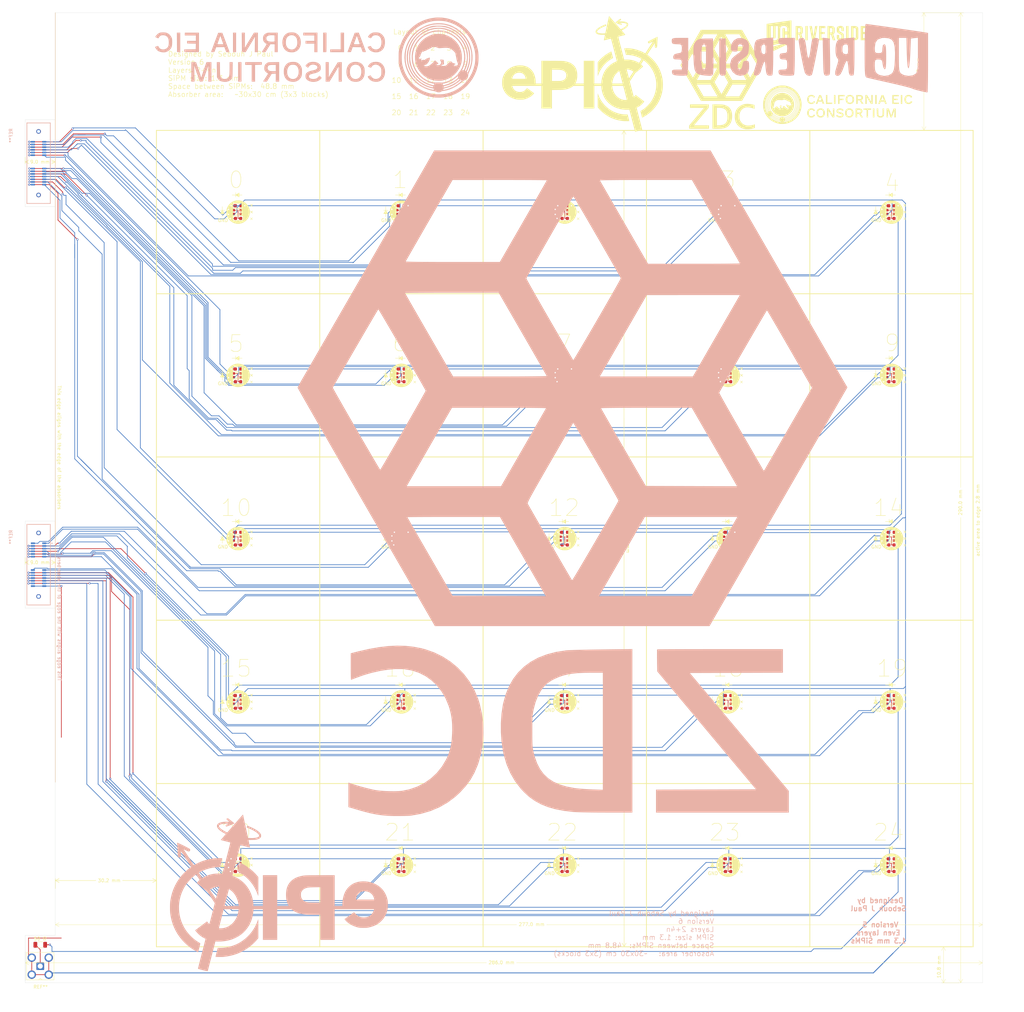
<source format=kicad_pcb>
(kicad_pcb (version 20240108) (generator "pcbnew") (generator_version "8.0")
  (layers (0 "F.Cu" signal) (1 "In1.Cu" signal) (2 "In2.Cu" signal) (31 "B.Cu" signal) (34 "B.Paste" user) (35 "F.Paste" user) (36 "B.SilkS" user "B.Silkscreen") (37 "F.SilkS" user "F.Silkscreen") (38 "B.Mask" user) (39 "F.Mask" user) (44 "Edge.Cuts" user))
  (net 0 "")
  (net 1 "GND")
  (net 2 "K0")
  (net 3 "A0")
  (net 4 "K1")
  (net 5 "A1")
  (net 6 "K2")
  (net 7 "A2")
  (net 8 "K3")
  (net 9 "A3")
  (net 10 "K4")
  (net 11 "A4")
  (net 12 "K5")
  (net 13 "A5")
  (net 14 "K6")
  (net 15 "A6")
  (net 16 "K7")
  (net 17 "A7")
  (net 18 "K8")
  (net 19 "A8")
  (net 20 "K9")
  (net 21 "A9")
  (net 22 "A10")
  (net 23 "K10")
  (net 24 "A11")
  (net 25 "K11")
  (net 26 "A12")
  (net 27 "K12")
  (net 28 "K14")
  (net 29 "A14")
  (net 30 "K13")
  (net 31 "A13")
  (net 32 "K15")
  (net 33 "A15")
  (net 34 "K16")
  (net 35 "A16")
  (net 36 "K17")
  (net 37 "A17")
  (net 38 "K18")
  (net 39 "A18")
  (net 40 "K19")
  (net 41 "A19")
  (net 42 "K20")
  (net 43 "A20")
  (net 44 "K21")
  (net 45 "A21")
  (net 46 "K22")
  (net 47 "A22")
  (net 48 "K23")
  (net 49 "A23")
  (net 50 "K24")
  (net 51 "A24")
  (net 52 "LED_input_after_resistor")
  (net 53 "LED_23_to_24")
  (net 54 "LED_input")
  (footprint "SiPM:S14160-1315PS_dimple_silkscreen_with_LED_and_capacitor" (layer "F.Cu") (at 324.8 192.2)
    (property "Reference" "REF**34" (hide yes))
    (property "Value" "S14160-3015PS")
  )
  (footprint "SiPM:S14160-1315PS_dimple_silkscreen_with_LED_and_capacitor" (layer "F.Cu") (at 129.6 289.8)
    (property "Reference" "REF**40" (hide yes))
    (property "Value" "S14160-3015PS")
  )
  (footprint "SiPM:S14160-1315PS_dimple_silkscreen_with_LED_and_capacitor" (layer "F.Cu") (at 129.6 192.2)
    (property "Reference" "REF**30" (hide yes))
    (property "Value" "S14160-3015PS")
  )
  (footprint "SiPM:S14160-1315PS_dimple_silkscreen_with_LED_and_capacitor" (layer "F.Cu") (at 324.8 94.6)
    (property "Reference" "REF**24" (hide yes))
    (property "Value" "S14160-3015PS")
  )
  (footprint "SiPM:S14160-1315PS_dimple_silkscreen_with_LED_and_capacitor" (layer "F.Cu") (at 276 289.8)
    (property "Reference" "REF**43" (hide yes))
    (property "Value" "S14160-3015PS")
  )
  (footprint "SiPM:S14160-1315PS_dimple_silkscreen_with_LED_and_capacitor" (layer "F.Cu") (at 276 241)
    (property "Reference" "REF**38" (hide yes))
    (property "Value" "S14160-3015PS")
  )
  (footprint "Connector_Coaxial:SMA_Amphenol_901-143_Horizontal" (layer "F.Cu") (at 70.5 320 90)
    (property "Reference" "REF**")
    (property "Value" "SMA_Amphenol_901-143_Horizontal")
    (fp_line (start 4.3 -4.5) (end -4.3 -4.5) (stroke (width 0.1)) (layer "Edge.Cuts"))
  )
  (footprint "Resistor_SMD:R_1206_3216Metric" (layer "F.Cu") (at 70.5 313.6)
    (property "Reference" "50 Ω")
    (property "Value" "R_1206_3216Metric")
  )
  (footprint "SiPM:S14160-1315PS_dimple_silkscreen_with_LED_and_capacitor" (layer "F.Cu") (at 227.2 94.6)
    (property "Reference" "REF**22" (hide yes))
    (property "Value" "S14160-3015PS")
  )
  (footprint "SiPM:S14160-1315PS_dimple_silkscreen_with_LED_and_capacitor" (layer "F.Cu") (at 276 143.4)
    (property "Reference" "REF**28" (hide yes))
    (property "Value" "S14160-3015PS")
  )
  (footprint "SiPM:S14160-1315PS_dimple_silkscreen_with_LED_and_capacitor" (layer "F.Cu") (at 276 94.6)
    (property "Reference" "REF**23" (hide yes))
    (property "Value" "S14160-3015PS")
  )
  (footprint "Symbol:UCR_Logo_3cm" (layer "F.Cu") (at 302.5 41.9)
    (property "Reference" "G***" (hide yes))
    (property "Value" "LOGO" (hide yes))
  )
  (footprint "SiPM:S14160-1315PS_dimple_silkscreen_with_LED_and_capacitor" (layer "F.Cu") (at 227.2 192.2)
    (property "Reference" "REF**32" (hide yes))
    (property "Value" "S14160-3015PS")
  )
  (footprint "SiPM:S14160-1315PS_dimple_silkscreen_with_LED_and_capacitor" (layer "F.Cu") (at 324.8 289.8)
    (property "Reference" "REF**44" (hide yes))
    (property "Value" "S14160-3015PS")
  )
  (footprint "SiPM:S14160-1315PS_dimple_silkscreen_with_LED_and_capacitor" (layer "F.Cu") (at 178.4 143.4)
    (property "Reference" "REF**26" (hide yes))
    (property "Value" "S14160-3015PS")
  )
  (footprint "SiPM:S14160-1315PS_dimple_silkscreen_with_LED_and_capacitor" (layer "F.Cu") (at 178.4 241)
    (property "Reference" "REF**36" (hide yes))
    (property "Value" "S14160-3015PS")
  )
  (footprint "SiPM:S14160-1315PS_dimple_silkscreen_with_LED_and_capacitor" (layer "F.Cu") (at 129.6 94.6)
    (property "Reference" "REF**20" (hide yes))
    (property "Value" "S14160-3015PS")
  )
  (footprint "SiPM:S14160-1315PS_dimple_silkscreen_with_LED_and_capacitor" (layer "F.Cu") (at 129.6 143.4)
    (property "Reference" "REF**25" (hide yes))
    (property "Value" "S14160-3015PS")
  )
  (footprint "SiPM:S14160-1315PS_dimple_silkscreen_with_LED_and_capacitor" (layer "F.Cu") (at 227.2 241)
    (property "Reference" "REF**37" (hide yes))
    (property "Value" "S14160-3015PS")
  )
  (footprint "Symbol:ZDC_logo_30x30mm" (layer "F.Cu") (at 273.568409 55.081019)
    (property "Reference" "G***" (hide yes))
    (property "Value" "LOGO" (hide yes))
  )
  (footprint "SiPM:S14160-1315PS_dimple_silkscreen_with_LED_and_capacitor" (layer "F.Cu") (at 178.4 192.2)
    (property "Reference" "REF**31" (hide yes))
    (property "Value" "S14160-3015PS")
  )
  (footprint "Symbol:ePIC_logo_5.0cm" (layer "F.Cu") (at 232.5 53.3)
    (property "Reference" "G***" (hide yes))
    (property "Value" "LOGO" (hide yes))
  )
  (footprint "SiPM:S14160-1315PS_dimple_silkscreen_with_LED_and_capacitor" (layer "F.Cu") (at 227.2 143.4)
    (property "Reference" "REF**27" (hide yes))
    (property "Value" "S14160-3015PS")
  )
  (footprint "Symbol:consortium_logo_5cm" (layer "F.Cu") (at 308.2 62.4)
    (property "Reference" "G***" (hide yes))
    (property "Value" "LOGO" (hide yes))
  )
  (footprint "SiPM:S14160-1315PS_dimple_silkscreen_with_LED_and_capacitor" (layer "F.Cu") (at 178.4 289.8)
    (property "Reference" "REF**41" (hide yes))
    (property "Value" "S14160-3015PS")
  )
  (footprint "SiPM:S14160-1315PS_dimple_silkscreen_with_LED_and_capacitor" (layer "F.Cu") (at 324.8 143.4)
    (property "Reference" "REF**29" (hide yes))
    (property "Value" "S14160-3015PS")
  )
  (footprint "SiPM:S14160-1315PS_dimple_silkscreen_with_LED_and_capacitor" (layer "F.Cu") (at 178.4 94.6)
    (property "Reference" "REF**21" (hide yes))
    (property "Value" "S14160-3015PS")
  )
  (footprint "SiPM:S14160-1315PS_dimple_silkscreen_with_LED_and_capacitor" (layer "F.Cu") (at 227.2 289.8)
    (property "Reference" "REF**42" (hide yes))
    (property "Value" "S14160-3015PS")
  )
  (footprint "SiPM:S14160-1315PS_dimple_silkscreen_with_LED_and_capacitor" (layer "F.Cu") (at 129.6 241)
    (property "Reference" "REF**35" (hide yes))
    (property "Value" "S14160-3015PS")
  )
  (footprint "SiPM:S14160-1315PS_dimple_silkscreen_with_LED_and_capacitor" (layer "F.Cu") (at 324.8 241)
    (property "Reference" "REF**39" (hide yes))
    (property "Value" "S14160-3015PS")
  )
  (footprint "SiPM:S14160-1315PS_dimple_silkscreen_with_LED_and_capacitor" (layer "F.Cu") (at 276 192.2)
    (property "Reference" "REF**33" (hide yes))
    (property "Value" "S14160-3015PS")
  )
  (footprint "Symbol:UCR_logo_10cm" (layer "B.Cu") (at 298.2 50.5 180)
    (property "Reference" "G***" (hide yes))
    (property "Value" "LOGO" (hide yes))
  )
  (footprint "Connector_Samtec_HSEC8:SAMTEC_HSEC8-113-01-X-DV-A-L2" (layer "B.Cu") (at 70 80 -90)
    (property "Reference" "REF**")
    (property "Value" "SAMTEC_HSEC8-113-01-X-DV-A-L2")
  )
  (footprint "Connector_Samtec_HSEC8:SAMTEC_HSEC8-113-01-X-DV-A-L2" (layer "B.Cu") (at 70 200 -90)
    (property "Reference" "REF**")
    (property "Value" "SAMTEC_HSEC8-113-01-X-DV-A-L2")
  )
  (footprint "Symbol:Consortium_logo_11cm" (layer "B.Cu") (at 152.8 48 180)
    (property "Reference" "G***" (hide yes))
    (property "Value" "LOGO" (hide yes))
  )
  (footprint "Symbol:ZDC_logo_20x20cm" (layer "B.Cu") (at 232.4 176.2 180)
    (property "Reference" "G***" (hide yes))
    (property "Value" "LOGO" (hide yes))
  )
  (footprint "Symbol:ePIC_logo_6.8cm" (layer "B.Cu") (at 141.8 298.1 180)
    (property "Reference" "G***" (hide yes))
    (property "Value" "LOGO" (hide yes))
  )
  (gr_line (start 76.8 251.6) (end 76.8 206.4) (stroke (width 0.2)) (layer "F.Cu") (net 1))
  (gr_line (start 75 265) (end 75 35) (stroke (width 0.1)) (layer "B.SilkS"))
  (gr_line (start 105.2 216.6) (end 349.2 216.6) (stroke (width 0.25)) (layer "F.SilkS"))
  (gr_line (start 349.2 70.2) (end 349.2 314.2) (stroke (width 0.25)) (layer "F.SilkS"))
  (gr_line (start 251.6 70.2) (end 251.6 314.2) (stroke (width 0.25)) (layer "F.SilkS"))
  (gr_line (start 75 35) (end 75 265) (stroke (width 0.15)) (layer "F.SilkS"))
  (gr_line (start 105.2 70.2) (end 105.2 314.2) (stroke (width 0.25)) (layer "F.SilkS"))
  (gr_line (start 300.4 70.2) (end 300.4 314.2) (stroke (width 0.25)) (layer "F.SilkS"))
  (gr_line (start 105.2 167.8) (end 349.2 167.8) (stroke (width 0.25)) (layer "F.SilkS"))
  (gr_line (start 105.2 119) (end 349.2 119) (stroke (width 0.25)) (layer "F.SilkS"))
  (gr_line (start 202.8 70.2) (end 202.8 314.2) (stroke (width 0.25)) (layer "F.SilkS"))
  (gr_line (start 105.2 70.2) (end 349.2 70.2) (stroke (width 0.25)) (layer "F.SilkS"))
  (gr_line (start 105.2 265.4) (end 349.2 265.4) (stroke (width 0.25)) (layer "F.SilkS"))
  (gr_line (start 154 70.2) (end 154 314.2) (stroke (width 0.25)) (layer "F.SilkS"))
  (gr_line (start 105.2 314.2) (end 349.2 314.2) (stroke (width 0.25)) (layer "F.SilkS"))
  (gr_line (start 66 213) (end 75 213) (stroke (width 0.05)) (layer "Edge.Cuts"))
  (gr_line (start 75 93) (end 66 93) (stroke (width 0.05)) (layer "Edge.Cuts"))
  (gr_line (start 66 67) (end 66 93) (stroke (width 0.05)) (layer "Edge.Cuts"))
  (gr_line (start 66 324.3) (end 66 325) (stroke (width 0.05)) (layer "Edge.Cuts"))
  (gr_line (start 66 187) (end 75 187) (stroke (width 0.05)) (layer "Edge.Cuts"))
  (gr_line (start 352 325) (end 66 325) (stroke (width 0.05)) (layer "Edge.Cuts"))
  (gr_line (start 75 35) (end 352 35) (stroke (width 0.05)) (layer "Edge.Cuts"))
  (gr_line (start 75 213) (end 75 310.8) (stroke (width 0.05)) (layer "Edge.Cuts"))
  (gr_line (start 66 67) (end 75 67) (stroke (width 0.05)) (layer "Edge.Cuts"))
  (gr_line (start 66 315.7) (end 66 310.8) (stroke (width 0.05)) (layer "Edge.Cuts"))
  (gr_line (start 66 187) (end 66 213) (stroke (width 0.05)) (layer "Edge.Cuts"))
  (gr_line (start 75 67) (end 75 35) (stroke (width 0.05)) (layer "Edge.Cuts"))
  (gr_line (start 352 35) (end 352 325) (stroke (width 0.05)) (layer "Edge.Cuts"))
  (gr_line (start 75 187) (end 75 93) (stroke (width 0.05)) (layer "Edge.Cuts"))
  (gr_line (start 66 310.8) (end 75 310.8) (stroke (width 0.05)) (layer "Edge.Cuts"))
  (gr_text "Designed by Sebouh J Paul\nVersion 6 \nLayers 2+4n\nSiPM size: 1.3 mm\nSpace between SiPMs:  48.8 mm\nAbsorber area:   ~30x30 cm (3x3 blocks)\n\n" (at 271.9 311.4 0) (layer "B.SilkS") (effects (font (size 1.5 1.5)) (justify left mirror)))
  (gr_text "This edge aligns with the edge of the absorbers" (at 76.2 216.2 270) (layer "B.SilkS") (effects (font (size 1 1)) (justify mirror)))
  (gr_text "Designed by \nSebouh J Paul\n\nVersion 5 \nEven layers\n1.3 mm SiPMs" (at 320.9 306.4 0) (layer "B.SilkS") (effects (font (size 1.5 1.5) (thickness 0.3)) (justify mirror)))
  (gr_text "3" (at 276 85 0) (layer "F.SilkS") (effects (font (size 5 5))))
  (gr_text "17" (at 226.45 231 0) (layer "F.SilkS") (effects (font (size 5 5))))
  (gr_text "14" (at 324 183 0) (layer "F.SilkS") (effects (font (size 5 5))))
  (gr_text "19" (at 325 231 0) (layer "F.SilkS") (effects (font (size 5 5))))
  (gr_text "Layout of channels:\n\n 0   1   2   3   4\n\n 5   6   7   8   9\n\n10  11  12  13  14\n\n15  16  17  18  19\n\n20  21  22  23  24" (at 187.2 52.8 0) (layer "F.SilkS") (effects (font (size 1.5 1.5))))
  (gr_text "4" (at 325 85.95 0) (layer "F.SilkS") (effects (font (size 5 5))))
  (gr_text "Designed by Sebouh J Paul\nVersion 6 \nLayers 2+4n\nSiPM size: 1.3 mm\nSpace between SiPMs:  48.8 mm\nAbsorber area:   ~30x30 cm (3x3 blocks)\n\n" (at 108.6 54.6 0) (layer "F.SilkS") (effects (font (size 1.5 1.5)) (justify left)))
  (gr_text "10" (at 129 183 0) (layer "F.SilkS") (effects (font (size 5 5))))
  (gr_text "24" (at 324 280 0) (layer "F.SilkS") (effects (font (size 5 5))))
  (gr_text "1" (at 178 85 0) (layer "F.SilkS") (effects (font (size 5 5))))
  (gr_text "12" (at 227 183 0) (layer "F.SilkS") (effects (font (size 5 5))))
  (gr_text "5" (at 129 133.95 0) (layer "F.SilkS") (effects (font (size 5 5))))
  (gr_text "23" (at 275 280 0) (layer "F.SilkS") (effects (font (size 5 5))))
  (gr_text "18" (at 276 231 0) (layer "F.SilkS") (effects (font (size 5 5))))
  (gr_text "11" (at 178.65 181.55 0) (layer "F.SilkS") (effects (font (size 5 5))))
  (gr_text "This edge aligns with the edge of the absorbers\n" (at 76.2 165 -90) (layer "F.SilkS") (effects (font (size 1 1))))
  (gr_text "6" (at 178 133.75 0) (layer "F.SilkS") (effects (font (size 5 5))))
  (gr_text "8" (at 276 133.75 0) (layer "F.SilkS") (effects (font (size 5 5))))
  (gr_text "9" (at 325 133.75 0) (layer "F.SilkS") (effects (font (size 5 5))))
  (gr_text "7" (at 227 133.75 0) (layer "F.SilkS") (effects (font (size 5 5))))
  (gr_text "2" (at 227 85 0) (layer "F.SilkS") (effects (font (size 5 5))))
  (gr_text "13" (at 276 183 0) (layer "F.SilkS") (effects (font (size 5 5))))
  (gr_text "20" (at 129 280 0) (layer "F.SilkS") (effects (font (size 5 5))))
  (gr_text "21" (at 178 280 0) (layer "F.SilkS") (effects (font (size 5 5))))
  (gr_text "16" (at 178 231 0) (layer "F.SilkS") (effects (font (size 5 5))))
  (gr_text "0" (at 129 85 0) (layer "F.SilkS") (effects (font (size 5 5))))
  (gr_text "15" (at 129 231 0) (layer "F.SilkS") (effects (font (size 5 5))))
  (gr_text "22" (at 226.45 280 0) (layer "F.SilkS") (effects (font (size 5 5))))
  (gr_text "active area to edge 2.8 mm" (at 351.2 197.6 90) (layer "F.SilkS") (effects (font (size 1 1)) (justify left bottom)))
  (dimension (type aligned) (layer "F.SilkS") (pts (xy 346.9 70.2) (xy 346.9 35)) (height -12.4) (gr_text "35.2 mm" (at 332.891574 51.801574 90) (layer "F.SilkS") (effects (font (size 1 1) (thickness 0.15)))) (format (prefix "") (suffix "") (units 3) (units_format 1) (precision 1)) (style (thickness 0.1) (arrow_length 1.27) (text_position_mode 2) (extension_height 0.58642) (extension_offset 0.5) keep_text_aligned))
  (dimension (type aligned) (layer "F.SilkS") (pts (xy 66 77.662827) (xy 75 77.662827)) (height 1.937173) (gr_text "9.0 mm" (at 70.4 79.6 0) (layer "F.SilkS") (effects (font (size 1 1) (thickness 0.15)))) (format (prefix "") (suffix "") (units 3) (units_format 1) (precision 1)) (style (thickness 0.15) (arrow_length 1.27) (text_position_mode 2) (extension_height 0.58642) (extension_offset 0.5) keep_text_aligned))
  (dimension (type aligned) (layer "F.SilkS") (pts (xy 345.5 325) (xy 345.5 35)) (height 0) (gr_text "290.0 mm" (at 345.4 181.4 90) (layer "F.SilkS") (effects (font (size 1 1) (thickness 0.15)))) (format (prefix "") (suffix "") (units 3) (units_format 1) (precision 1)) (style (thickness 0.1) (arrow_length 1.27) (text_position_mode 2) (extension_height 0.58642) (extension_offset 0.5) keep_text_aligned))
  (dimension (type aligned) (layer "F.SilkS") (pts (xy 75 307.61) (xy 352 307.61)) (height -0.01) (gr_text "277.0 mm" (at 217.3 307.51 0) (layer "F.SilkS") (effects (font (size 1 1) (thickness 0.15)))) (format (prefix "") (suffix "") (units 3) (units_format 1) (precision 1)) (style (thickness 0.1) (arrow_length 1.27) (text_position_mode 2) (extension_height 0.58642) (extension_offset 0.5) keep_text_aligned))
  (dimension (type aligned) (layer "F.SilkS") (pts (xy 65.999993 319.01) (xy 352 319.01)) (height -0.01) (gr_text "286.0 mm" (at 208.299993 318.91 0) (layer "F.SilkS") (effects (font (size 1 1) (thickness 0.15)))) (format (prefix "") (suffix "") (units 3) (units_format 1) (precision 1)) (style (thickness 0.1) (arrow_length 1.27) (text_position_mode 2) (extension_height 0.58642) (extension_offset 0.5) keep_text_aligned))
  (dimension (type aligned) (layer "F.SilkS") (pts (xy 66 197.4) (xy 75 197.4)) (height 1.937173) (gr_text "9.0 mm" (at 70.4 199.337173 0) (layer "F.SilkS") (effects (font (size 1 1) (thickness 0.15)))) (format (prefix "") (suffix "") (units 3) (units_format 1) (precision 1)) (style (thickness 0.15) (arrow_length 1.27) (text_position_mode 2) (extension_height 0.58642) (extension_offset 0.5) keep_text_aligned))
  (dimension (type aligned) (layer "F.SilkS") (pts (xy 346.45 314.2) (xy 346.4 70.2)) (height -101.52) (gr_text "244.00 mm" (at 246.055002 192.220567 -89.98825906) (layer "F.SilkS") (effects (font (size 1 1) (thickness 0.15)))) (format (prefix "") (suffix "") (units 3) (units_format 1) (precision 2)) (style (thickness 0.15) (arrow_length 1.27) (text_position_mode 0) (extension_height 0.58642) (extension_offset 0.5) keep_text_aligned))
  (dimension (type aligned) (layer "F.SilkS") (pts (xy 345.6 314.2) (xy 345.6 325)) (height 5.246903) (gr_text "10.8 mm" (at 339 320.2 90) (layer "F.SilkS") (effects (font (size 1 1) (thickness 0.15)))) (format (prefix "") (suffix "") (units 3) (units_format 1) (precision 1)) (style (thickness 0.1) (arrow_length 1.27) (text_position_mode 2) (extension_height 0.58642) (extension_offset 0.5) keep_text_aligned))
  (dimension (type aligned) (layer "F.SilkS") (pts (xy 75 297.31) (xy 105.2 297.31)) (height -2.91) (gr_text "30.2 mm" (at 91.11 294.4 0) (layer "F.SilkS") (effects (font (size 1 1) (thickness 0.15)))) (format (prefix "") (suffix "") (units 3) (units_format 1) (precision 1)) (style (thickness 0.15) (arrow_length 1.27) (text_position_mode 2) (extension_height 0.58642) (extension_offset 0.5) keep_text_aligned))
  (segment (start 324.4 236) (end 130 236) (width 0.2) (layer "B.Cu") (net 0))
  (segment (start 180.4 190.3) (end 180.5 190.2) (width 0.2) (layer "B.Cu") (net 0))
  (segment (start 229.2 190.3) (end 273.9 190.3) (width 0.2) (layer "B.Cu") (net 0))
  (segment (start 130 283.8) (end 324.4 283.8) (width 0.2) (layer "B.Cu") (net 0))
  (segment (start 225.1 287.9) (end 180.4 287.9) (width 0.2) (layer "B.Cu") (net 0))
  (segment (start 326.8 190.3) (end 326.8 233.6) (width 0.2) (layer "B.Cu") (net 0))
  (segment (start 128.6 140.4) (end 127.5 141.5) (width 0.2) (layer "B.Cu") (net 0))
  (segment (start 180.4 239.1) (end 180.5 239.2) (width 0.2) (layer "B.Cu") (net 0))
  (segment (start 324.4 283.8) (end 326.8 281.4) (width 0.2) (layer "B.Cu") (net 0))
  (segment (start 327.8 142.5) (end 326.8 141.5) (width 0.2) (layer "B.Cu") (net 0))
  (segment (start 326.8 233.6) (end 324.4 236) (width 0.2) (layer "B.Cu") (net 0))
  (segment (start 322.6 239) (end 322.7 239.1) (width 0.2) (layer "B.Cu") (net 0))
  (segment (start 129.25 286.15) (end 129.25 284.55) (width 0.2) (layer "B.Cu") (net 0))
  (segment (start 225 190.2) (end 225.1 190.3) (width 0.2) (layer "B.Cu") (net 0))
  (segment (start 127.5 190.3) (end 129.6 188.2) (width 0.2) (layer "B.Cu") (net 0))
  (segment (start 176.3 239.1) (end 131.6 239.1) (width 0.2) (layer "B.Cu") (net 0))
  (segment (start 127.5 238.5) (end 130 236) (width 0.2) (layer "B.Cu") (net 0))
  (segment (start 129.6 188.2) (end 324.4 188.2) (width 0.2) (layer "B.Cu") (net 0))
  (segment (start 322.7 92.7) (end 278 92.7) (width 0.2) (layer "B.Cu") (net 0))
  (segment (start 277.9 239) (end 322.6 239) (width 0.2) (layer "B.Cu") (net 0))
  (segment (start 180.5 190.2) (end 225 190.2) (width 0.2) (layer "B.Cu") (net 0))
  (segment (start 273.8 239) (end 273.9 239.1) (width 0.2) (layer "B.Cu") (net 0))
  (segment (start 176.3 92.7) (end 131.6 92.7) (width 0.2) (layer "B.Cu") (net 0))
  (segment (start 323.8 140.4) (end 128.6 140.4) (width 0.2) (layer "B.Cu") (net 0))
  (segment (start 273.9 92.7) (end 229.2 92.7) (width 0.2) (layer "B.Cu") (net 0))
  (segment (start 176.3 141.5) (end 131.6 141.5) (width 0.2) (layer "B.Cu") (net 0))
  (segment (start 225 239.2) (end 225.1 239.1) (width 0.2) (layer "B.Cu") (net 0))
  (segment (start 176.3 287.9) (end 131.6 287.9) (width 0.2) (layer "B.Cu") (net 0))
  (segment (start 229.2 287.9) (end 273.9 287.9) (width 0.2) (layer "B.Cu") (net 0))
  (segment (start 129.25 284.55) (end 130 283.8) (width 0.2) (layer "B.Cu") (net 0))
  (segment (start 326.8 92.7) (end 326.8 137.4) (width 0.2) (layer "B.Cu") (net 0))
  (segment (start 225.1 141.5) (end 180.4 141.5) (width 0.2) (layer "B.Cu") (net 0))
  (segment (start 326.8 137.4) (end 323.8 140.4) (width 0.2) (layer "B.Cu") (net 0))
  (segment (start 273.9 141.5) (end 229.2 141.5) (width 0.2) (layer "B.Cu") (net 0))
  (segment (start 127.5 239.1) (end 127.5 238.5) (width 0.2) (layer "B.Cu") (net 0))
  (segment (start 326.8 281.4) (end 326.8 239.1) (width 0.2) (layer "B.Cu") (net 0))
  (segment (start 225.1 92.7) (end 180.4 92.7) (width 0.2) (layer "B.Cu") (net 0))
  (segment (start 130 236) (end 129.25 236.75) (width 0.2) (layer "B.Cu") (net 0))
  (segment (start 322.6 190.4) (end 322.7 190.3) (width 0.2) (layer "B.Cu") (net 0))
  (segment (start 180.5 239.2) (end 225 239.2) (width 0.2) (layer "B.Cu") (net 0))
  (segment (start 131.6 190.3) (end 176.3 190.3) (width 0.2) (layer "B.Cu") (net 0))
  (segment (start 278 190.3) (end 278.1 190.4) (width 0.2) (layer "B.Cu") (net 0))
  (segment (start 278 141.5) (end 322.7 141.5) (width 0.2) (layer "B.Cu") (net 0))
  (segment (start 229.1 239) (end 273.8 239) (width 0.2) (layer "B.Cu") (net 0))
  (segment (start 127.5 287.9) (end 129.25 286.15) (width 0.2) (layer "B.Cu") (net 0))
  (segment (start 278.1 190.4) (end 322.6 190.4) (width 0.2) (layer "B.Cu") (net 0))
  (segment (start 327.8 184.8) (end 327.8 142.5) (width 0.2) (layer "B.Cu") (net 0))
  (segment (start 324.4 188.2) (end 327.8 184.8) (width 0.2) (layer "B.Cu") (net 0))
  (segment (start 67 316.5) (end 67 311.6) (width 0.2) (layer "F.Cu") (net 1))
  (segment (start 67.96 317.46) (end 67 316.5) (width 0.2) (layer "F.Cu") (net 1))
  (segment (start 67.96 322.54) (end 73.04 322.54) (width 0.2) (layer "F.Cu") (net 1))
  (segment (start 67 311.6) (end 76.8 311.6) (width 0.2) (layer "F.Cu") (net 1))
  (segment (start 67.96 322.54) (end 67.96 317.46) (width 0.2) (layer "F.Cu") (net 1))
  (segment (start 73.04 322.54) (end 73.04 317.46) (width 0.2) (layer "F.Cu") (net 1))
  (via (at 76.8 206.4) (size 0.6) (drill 0.3) (layers "F.Cu" "B.Cu") (net 1))
  (segment (start 128.6 190) (end 129.4 189.2) (width 0.2) (layer "B.Cu") (net 1))
  (segment (start 324.4 141) (end 324.2 140.8) (width 0.2) (layer "B.Cu") (net 1))
  (segment (start 178.95 289.45) (end 178 289.45) (width 0.2) (layer "B.Cu") (net 1))
  (segment (start 178 241) (end 176.1 242.9) (width 0.2) (layer "B.Cu") (net 1))
  (segment (start 322.55 193.85) (end 322.6 193.8) (width 0.2) (layer "B.Cu") (net 1))
  (segment (start 226.2 241.6) (end 224.9 242.9) (width 0.2) (layer "B.Cu") (net 1))
  (segment (start 274.8 237) (end 226.8 237) (width 0.2) (layer "B.Cu") (net 1))
  (segment (start 327.8 237) (end 328.4 237) (width 0.2) (layer "B.Cu") (net 1))
  (segment (start 273.7 291.7) (end 276.2 289.2) (width 0.2) (layer "B.Cu") (net 1))
  (segment (start 275.8 189.5) (end 275.5 189.2) (width 0.2) (layer "B.Cu") (net 1))
  (segment (start 329 236.4) (end 329 312.4) (width 0.2) (layer "B.Cu") (net 1))
  (segment (start 179 189.2) (end 179 193.8) (width 0.2) (layer "B.Cu") (net 1))
  (segment (start 226.8 189.2) (end 226.8 193.8) (width 0.2) (layer "B.Cu") (net 1))
  (segment (start 178.2 143.515686) (end 176.257843 145.457843) (width 0.2) (layer "B.Cu") (net 1))
  (segment (start 273.8 140.8) (end 225.38995 140.8) (width 0.2) (layer "B.Cu") (net 1))
  (segment (start 327.08995 140.8) (end 328.2 141.91005) (width 0.2) (layer "B.Cu") (net 1))
  (segment (start 129.8 142.8) (end 129.8 140.8) (width 0.2) (layer "B.Cu") (net 1))
  (segment (start 324.2 140.8) (end 273.8 140.8) (width 0.2) (layer "B.Cu") (net 1))
  (segment (start 176.1 96.5) (end 178 94.6) (width 0.2) (layer "B.Cu") (net 1))
  (segment (start 178 91) (end 227 91) (width 0.2) (layer "B.Cu") (net 1))
  (segment (start 324.4 143.4) (end 324.4 141) (width 0.2) (layer "B.Cu") (net 1))
  (segment (start 179.2 189.2) (end 129.4 189.2) (width 0.2) (layer "B.Cu") (net 1))
  (segment (start 276.2 289.2) (end 276.2 284.8) (width 0.2) (layer "B.Cu") (net 1))
  (segment (start 319.4 322) (end 325.275 316.125) (width 0.25) (layer "B.Cu") (net 1))
  (segment (start 275.5 189.2) (end 226.8 189.2) (width 0.2) (layer "B.Cu") (net 1))
  (segment (start 225.15 193.85) (end 224.9 194.1) (width 0.2) (layer "B.Cu") (net 1))
  (segment (start 68.3 206.4) (end 76.8 206.4) (width 0.2) (layer "B.Cu") (net 1))
  (segment (start 273.8 145.3) (end 275.3 143.8) (width 0.2) (layer "B.Cu") (net 1))
  (segment (start 276 94.2) (end 276 91) (width 0.2) (layer "B.Cu") (net 1))
  (segment (start 178.95 193.85) (end 176.35 193.85) (width 0.2) (layer "B.Cu") (net 1))
  (segment (start 226.75 193.85) (end 225.15 193.85) (width 0.2) (layer "B.Cu") (net 1))
  (segment (start 274.6 237) (end 324.4 237) (width 0.2) (layer "B.Cu") (net 1))
  (segment (start 179 284.8) (end 179 289.4) (width 0.2) (layer "B.Cu") (net 1))
  (segment (start 274.6 242) (end 274.6 237) (width 0.2) (layer "B.Cu") (net 1))
  (segment (start 224.9 96.5) (end 227 94.4) (width 0.2) (layer "B.Cu") (net 1))
  (segment (start 72.6 322) (end 319.4 322) (width 0.25) (layer "B.Cu") (net 1))
  (segment (start 273.7 242.9) (end 274.6 242) (width 0.2) (layer "B.Cu") (net 1))
  (segment (start 226.8 289.8) (end 226.8 284.8) (width 0.2) (layer "B.Cu") (net 1))
  (segment (start 176.1 291.7) (end 178 289.8) (width 0.2) (layer "B.Cu") (net 1))
  (segment (start 328 91) (end 329 92) (width 0.2) (layer "B.Cu") (net 1))
  (segment (start 178.2 141.2) (end 178.2 143.515686) (width 0.2) (layer "B.Cu") (net 1))
  (segment (start 179.4 237) (end 132.6 237) (width 0.2) (layer "B.Cu") (net 1))
  (segment (start 177.8 140.8) (end 225.38995 140.8) (width 0.2) (layer "B.Cu") (net 1))
  (segment (start 129.9 92.7) (end 129.25 93.35) (width 0.2) (layer "B.Cu") (net 1))
  (segment (start 129.8 140.8) (end 177.8 140.8) (width 0.2) (layer "B.Cu") (net 1))
  (segment (start 324.7 189.5) (end 325.6 188.6) (width 0.2) (layer "B.Cu") (net 1))
  (segment (start 176.35 193.85) (end 176.1 194.1) (width 0.2) (layer "B.Cu") (net 1))
  (segment (start 227 237) (end 179.4 237) (width 0.2) (layer "B.Cu") (net 1))
  (segment (start 226.8 241.6) (end 226.2 241.6) (width 0.2) (layer "B.Cu") (net 1))
  (segment (start 273.7 96.5) (end 276 94.2) (width 0.2) (layer "B.Cu") (net 1))
  (segment (start 325.6 188.6) (end 324.15 190.05) (width 0.2) (layer "B.Cu") (net 1))
  (segment (start 224.9 291.7) (end 226.8 289.8) (width 0.2) (layer "B.Cu") (net 1))
  (segment (start 328.2 186) (end 328.8 186) (width 0.2) (layer "B.Cu") (net 1))
  (segment (start 328.4 237) (end 329 236.4) (width 0.2) (layer "B.Cu") (net 1))
  (segment (start 129.6 240.6) (end 129.6 240) (width 0.2) (layer "B.Cu") (net 1))
  (segment (start 127.3 145.3) (end 129.8 142.8) (width 0.2) (layer "B.Cu") (net 1))
  (segment (start 328.2 186) (end 325.6 188.6) (width 0.2) (layer "B.Cu") (net 1))
  (segment (start 324.15 190.05) (end 324.15 192.45) (width 0.2) (layer "B.Cu") (net 1))
  (segment (start 227 189.2) (end 179 189.2) (width 0.2) (layer "B.Cu") (net 1))
  (segment (start 322.5 96.5) (end 325 94) (width 0.2) (layer "B.Cu") (net 1))
  (segment (start 227 143.2) (end 224.9 145.3) (width 0.2) (layer "B.Cu") (net 1))
  (segment (start 275.3 143.8) (end 275.3 140.8) (width 0.2) (layer "B.Cu") (net 1))
  (segment (start 129.25 94.55) (end 127.3 96.5) (width 0.2) (layer "B.Cu") (net 1))
  (segment (start 276.2 284.8) (end 274.6 284.8) (width 0.2) (layer "B.Cu") (net 1))
  (segment (start 178 94.6) (end 178 91) (width 0.2) (layer "B.Cu") (net 1))
  (segment (start 325 91) (end 328 91) (width 0.2) (layer "B.Cu") (net 1))
  (segment (start 178 239.2) (end 179.4 237.8) (width 0.2) (layer "B.Cu") (net 1))
  (segment (start 328.8 284.8) (end 324.2 284.8) (width 0.2) (layer "B.Cu") (net 1))
  (segment (start 322.6 284.8) (end 276.2 284.8) (width 0.2) (layer "B.Cu") (net 1))
  (segment (start 324.2 284.8) (end 324.2 290) (width 0.2) (layer "B.Cu") (net 1))
  (segment (start 275.8 189.5) (end 324.7 189.5) (width 0.2) (layer "B.Cu") (net 1))
  (segment (start 329 92) (end 329 142) (width 0.2) (layer "B.Cu") (net 1))
  (segment (start 276 91) (end 325 91) (width 0.2) (layer "B.Cu") (net 1))
  (segment (start 132.6 237) (end 129.6 240) (width 0.2) (layer "B.Cu") (net 1))
  (segment (start 329 312.4) (end 319.4 322) (width 0.2) (layer "B.Cu") (net 1))
  (segment (start 329 285) (end 328.8 284.8) (width 0.2) (layer "B.Cu") (net 1))
  (segment (start 328.91005 141.91005) (end 329 142) (width 0.2) (layer "B.Cu") (net 1))
  (segment (start 328.8 186) (end 329 185.8) (width 0.2) (layer "B.Cu") (net 1))
  (segment (start 329 142) (end 329 185.8) (width 0.2) (layer "B.Cu") (net 1))
  (segment (start 324.2 140.8) (end 327.08995 140.8) (width 0.2) (layer "B.Cu") (net 1))
  (segment (start 324.2 290) (end 322.5 291.7) (width 0.2) (layer "B.Cu") (net 1))
  (segment (start 129.25 93.35) (end 129.25 94.55) (width 0.2) (layer "B.Cu") (net 1))
  (segment (start 179.2 284.8) (end 130.4 284.8) (width 0.2) (layer "B.Cu") (net 1))
  (segment (start 130.4 284.8) (end 130.4 288.6) (width 0.2) (layer "B.Cu") (net 1))
  (segment (start 324.4 241) (end 324.4 237) (width 0.2) (layer "B.Cu") (net 1))
  (segment (start 127.5 92.7) (end 129.9 92.7) (width 0.2) (layer "B.Cu") (net 1))
  (segment (start 225.38995 140.8) (end 227 140.8) (width 0.2) (layer "B.Cu") (net 1))
  (segment (start 227 140.8) (end 227 143.2) (width 0.2) (layer "B.Cu") (net 1))
  (segment (start 127.3 193.5) (end 127.3 194.1) (width 0.2) (layer "B.Cu") (net 1))
  (segment (start 275.75 194.15) (end 273.65 194.15) (width 0.2) (layer "B.Cu") (net 1))
  (segment (start 325 94) (end 325 91) (width 0.2) (layer "B.Cu") (net 1))
  (segment (start 322.5 145.3) (end 324.4 143.4) (width 0.2) (layer "B.Cu") (net 1))
  (segment (start 177.8 140.8) (end 178.2 141.2) (width 0.2) (layer "B.Cu") (net 1))
  (segment (start 127.3 291.7) (end 130.4 288.6) (width 0.2) (layer "B.Cu") (net 1))
  (segment (start 324.2 284.8) (end 322.6 284.8) (width 0.2) (layer "B.Cu") (net 1))
  (segment (start 227 94.4) (end 227 91) (width 0.2) (layer "B.Cu") (net 1))
  (segment (start 227 284.8) (end 179 284.8) (width 0.2) (layer "B.Cu") (net 1))
  (segment (start 178 241) (end 178 239.2) (width 0.2) (layer "B.Cu") (net 1))
  (segment (start 275.8 189.5) (end 275.8 194.1) (width 0.2) (layer "B.Cu") (net 1))
  (segment (start 328.2 141.91005) (end 328.91005 141.91005) (width 0.2) (layer "B.Cu") (net 1))
  (segment (start 322.5 242.9) (end 324.4 241) (width 0.2) (layer "B.Cu") (net 1))
  (segment (start 179.4 237) (end 179.4 237.8) (width 0.2) (layer "B.Cu") (net 1))
  (segment (start 329 185.8) (end 329 236.4) (width 0.2) (layer "B.Cu") (net 1))
  (segment (start 131.6 91) (end 178 91) (width 0.2) (layer "B.Cu") (net 1))
  (segment (start 128.6 192.2) (end 128.6 190) (width 0.2) (layer "B.Cu") (net 1))
  (segment (start 227 91) (end 276 91) (width 0.2) (layer "B.Cu") (net 1))
  (segment (start 324.4 237) (end 327.8 237) (width 0.2) (layer "B.Cu") (net 1))
  (segment (start 324.15 192.45) (end 322.5 194.1) (width 0.2) (layer "B.Cu") (net 1))
  (segment (start 129.9 92.7) (end 131.6 91) (width 0.2) (layer "B.Cu") (net 1))
  (segment (start 226.8 284.8) (end 274.8 284.8) (width 0.2) (layer "B.Cu") (net 1))
  (segment (start 128.6 192.2) (end 127.3 193.5) (width 0.2) (layer "B.Cu") (net 1))
  (segment (start 226.8 237) (end 226.8 241.6) (width 0.2) (layer "B.Cu") (net 1))
  (segment (start 178 289.8) (end 178 289.45) (width 0.2) (layer "B.Cu") (net 1))
  (segment (start 127.3 242.9) (end 129.6 240.6) (width 0.2) (layer "B.Cu") (net 1))
  (segment (start 275.3 140.8) (end 273.8 140.8) (width 0.2) (layer "B.Cu") (net 1))
  (segment (start 76.2 73.6) (end 80.2 69.6) (width 0.2) (layer "F.Cu") (net 2))
  (segment (start 72.6 73.6) (end 67.2 73.6) (width 0.2) (layer "F.Cu") (net 2))
  (segment (start 72.6 73.6) (end 76.2 73.6) (width 0.2) (layer "F.Cu") (net 2))
  (via (at 80.2 69.6) (size 0.6) (drill 0.3) (layers "F.Cu" "B.Cu") (net 2))
  (via (at 67.2 73.6) (size 0.6) (drill 0.3) (layers "F.Cu" "B.Cu") (net 2))
  (segment (start 125.025 95.525) (end 98.948529 69.448529) (width 0.2) (layer "B.Cu") (net 2))
  (segment (start 80.351471 69.448529) (end 80.2 69.6) (width 0.2) (layer "B.Cu") (net 2))
  (segment (start 126.75 93.8) (end 125.025 95.525) (width 0.2) (layer "B.Cu") (net 2))
  (segment (start 67.2 73.6) (end 68.3 73.6) (width 0.2) (layer "B.Cu") (net 2))
  (segment (start 98.948529 69.448529) (end 80.351471 69.448529) (width 0.2) (layer "B.Cu") (net 2))
  (segment (start 96 70) (end 122.625 96.625) (width 0.2) (layer "B.Cu") (net 3))
  (segment (start 71.7 73.6) (end 76.8 73.6) (width 0.2) (layer "B.Cu") (net 3))
  (segment (start 125.425 96.625) (end 126.75 95.3) (width 0.2) (layer "B.Cu") (net 3))
  (segment (start 76.8 73.6) (end 80.2 70.2) (width 0.2) (layer "B.Cu") (net 3))
  (segment (start 122.625 96.625) (end 125.425 96.625) (width 0.2) (layer "B.Cu") (net 3))
  (segment (start 80.2 70.2) (end 95.8 70.2) (width 0.2) (layer "B.Cu") (net 3))
  (segment (start 95.8 70.2) (end 96 70) (width 0.2) (layer "B.Cu") (net 3))
  (segment (start 89.8 71.2) (end 80.434314 71.2) (width 0.2) (layer "F.Cu") (net 4))
  (segment (start 77.234314 74.4) (end 67.2 74.4) (width 0.2) (layer "F.Cu") (net 4))
  (segment (start 80.434314 71.2) (end 77.234314 74.4) (width 0.2) (layer "F.Cu") (net 4))
  (via (at 67.2 74.4) (size 0.6) (drill 0.3) (layers "F.Cu" "B.Cu") (net 4))
  (via (at 89.8 71.2) (size 0.6) (drill 0.3) (layers "F.Cu" "B.Cu") (net 4))
  (segment (start 174.425 97.425) (end 174.425 94.925) (width 0.2) (layer "B.Cu") (net 4))
  (segment (start 89.8 71.2) (end 90.4 71.8) (width 0.2) (layer "B.Cu") (net 4))
  (segment (start 162.65 109.2) (end 174.425 97.425) (width 0.2) (layer "B.Cu") (net 4))
  (segment (start 90.4 71.8) (end 92.4 71.8) (width 0.2) (layer "B.Cu") (net 4))
  (segment (start 129.8 109.2) (end 162.65 109.2) (width 0.2) (layer "B.Cu") (net 4))
  (segment (start 174.425 94.925) (end 175.55 93.8) (width 0.2) (layer "B.Cu") (net 4))
  (segment (start 67.2 74.4) (end 68.3 74.4) (width 0.2) (layer "B.Cu") (net 4))
  (segment (start 92.4 71.8) (end 129.8 109.2) (width 0.2) (layer "B.Cu") (net 4))
  (segment (start 81.8 71.6) (end 80.497059 71.6) (width 0.2) (layer "B.Cu") (net 5))
  (segment (start 80.497059 71.6) (end 77.697059 74.4) (width 0.2) (layer "B.Cu") (net 5))
  (segment (start 175.55 95.3) (end 174.85 96) (width 0.2) (layer "B.Cu") (net 5))
  (segment (start 77.697059 74.4) (end 71.7 74.4) (width 0.2) (layer "B.Cu") (net 5))
  (segment (start 174.85 98.85) (end 164.05 109.65) (width 0.2) (layer "B.Cu") (net 5))
  (segment (start 84 71.6) (end 81.8 71.6) (width 0.2) (layer "B.Cu") (net 5))
  (segment (start 164.05 109.65) (end 127.401471 109.65) (width 0.2) (layer "B.Cu") (net 5))
  (segment (start 174.85 96) (end 174.85 98.85) (width 0.2) (layer "B.Cu") (net 5))
  (segment (start 127.401471 109.65) (end 89.351471 71.6) (width 0.2) (layer "B.Cu") (net 5))
  (segment (start 164.05 109.65) (end 163.9 109.8) (width 0.2) (layer "B.Cu") (net 5))
  (segment (start 89.351471 71.6) (end 81.8 71.6) (width 0.2) (layer "B.Cu") (net 5))
  (segment (start 77 75.2) (end 67.2 75.2) (width 0.2) (layer "F.Cu") (net 6))
  (segment (start 88.6 72.2) (end 80 72.2) (width 0.2) (layer "F.Cu") (net 6))
  (segment (start 80 72.2) (end 77 75.2) (width 0.2) (layer "F.Cu") (net 6))
  (via (at 67.2 75.2) (size 0.6) (drill 0.3) (layers "F.Cu" "B.Cu") (net 6))
  (via (at 88.6 72.2) (size 0.6) (drill 0.3) (layers "F.Cu" "B.Cu") (net 6))
  (segment (start 67.2 75.2) (end 68.3 75.2) (width 0.2) (layer "B.Cu") (net 6))
  (segment (start 88.6 72.2) (end 88.6 73.8) (width 0.2) (layer "B.Cu") (net 6))
  (segment (start 223.65 95.35) (end 223.65 94.5) (width 0.2) (layer "B.Cu") (net 6))
  (segment (start 125 110.2) (end 125.2 110.4) (width 0.2) (layer "B.Cu") (net 6))
  (segment (start 125.2 110.4) (end 208.6 110.4) (width 0.2) (layer "B.Cu") (net 6))
  (segment (start 88.6 73.8) (end 125 110.2) (width 0.2) (layer "B.Cu") (net 6))
  (segment (start 208.6 110.4) (end 223.65 95.35) (width 0.2) (layer "B.Cu") (net 6))
  (segment (start 223.65 94.5) (end 224.35 93.8) (width 0.2) (layer "B.Cu") (net 6))
  (segment (start 121.931372 110.8) (end 121.931372 110.131372) (width 0.2) (layer "B.Cu") (net 7))
  (segment (start 80.2 73.565686) (end 80.2 73.848529) (width 0.2) (layer "B.Cu") (net 7))
  (segment (start 224.35 95.3) (end 208.85 110.8) (width 0.2) (layer "B.Cu") (net 7))
  (segment (start 84.4 72.6) (end 81.165686 72.6) (width 0.2) (layer "B.Cu") (net 7))
  (segment (start 81.165686 72.6) (end 80.2 73.565686) (width 0.2) (layer "B.Cu") (net 7))
  (segment (start 78.848529 75.2) (end 71.7 75.2) (width 0.2) (layer "B.Cu") (net 7))
  (segment (start 208.85 110.8) (end 121.931372 110.8) (width 0.2) (layer "B.Cu") (net 7))
  (segment (start 80.2 73.848529) (end 78.848529 75.2) (width 0.2) (layer "B.Cu") (net 7))
  (segment (start 121.931372 110.131372) (end 84.4 72.6) (width 0.2) (layer "B.Cu") (net 7))
  (segment (start 82.6 73.2) (end 81.2 73.2) (width 0.2) (layer "F.Cu") (net 8))
  (segment (start 78.4 76) (end 72.8 76) (width 0.2) (layer "F.Cu") (net 8))
  (segment (start 81.2 73.2) (end 78.4 76) (width 0.2) (layer "F.Cu") (net 8))
  (segment (start 72.8 76) (end 67.2 76) (width 0.2) (layer "F.Cu") (net 8))
  (via (at 82.6 73.2) (size 0.6) (drill 0.3) (layers "F.Cu" "B.Cu") (net 8))
  (via (at 67.2 76) (size 0.6) (drill 0.3) (layers "F.Cu" "B.Cu") (net 8))
  (segment (start 84.2 73.634313) (end 122 111.434313) (width 0.2) (layer "B.Cu") (net 8))
  (segment (start 271.9 95.05) (end 273.15 93.8) (width 0.2) (layer "B.Cu") (net 8))
  (segment (start 128.8 111.2) (end 128 112) (width 0.2) (layer "B.Cu") (net 8))
  (segment (start 84.2 73.2) (end 84.2 73.634313) (width 0.2) (layer "B.Cu") (net 8))
  (segment (start 67.2 76) (end 68.3 76) (width 0.2) (layer "B.Cu") (net 8))
  (segment (start 256.25 111.2) (end 128.8 111.2) (width 0.2) (layer "B.Cu") (net 8))
  (segment (start 128 112) (end 122 112) (width 0.2) (layer "B.Cu") (net 8))
  (segment (start 271.9 95.55) (end 256.25 111.2) (width 0.2) (layer "B.Cu") (net 8))
  (segment (start 122 111.434313) (end 122 112) (width 0.2) (layer "B.Cu") (net 8))
  (segment (start 84.2 73.2) (end 82.6 73.2) (width 0.2) (layer "B.Cu") (net 8))
  (segment (start 271.9 95.55) (end 271.9 95.05) (width 0.2) (layer "B.Cu") (net 8))
  (segment (start 81.6 74.2) (end 79.8 76) (width 0.2) (layer "B.Cu") (net 9))
  (segment (start 271.9 97.1) (end 256.8 112.2) (width 0.2) (layer "B.Cu") (net 9))
  (segment (start 131 112.2) (end 130.3 112.9) (width 0.2) (layer "B.Cu") (net 9))
  (segment (start 273.15 95.3) (end 272.1 96.35) (width 0.2) (layer "B.Cu") (net 9))
  (segment (start 256.8 112.2) (end 131 112.2) (width 0.2) (layer "B.Cu") (net 9))
  (segment (start 79.8 76) (end 71.7 76) (width 0.2) (layer "B.Cu") (net 9))
  (segment (start 130.3 112.9) (end 122.334315 112.9) (width 0.2) (layer "B.Cu") (net 9))
  (segment (start 271.9 97.05) (end 271.9 97.1) (width 0.2) (layer "B.Cu") (net 9))
  (segment (start 272.1 96.85) (end 271.9 97.05) (width 0.2) (layer "B.Cu") (net 9))
  (segment (start 81.6 74.2) (end 81.2 74.6) (width 0.2) (layer "B.Cu") (net 9))
  (segment (start 83.634315 74.2) (end 81.6 74.2) (width 0.2) (layer "B.Cu") (net 9))
  (segment (start 122.334315 112.9) (end 83.634315 74.2) (width 0.2) (layer "B.Cu") (net 9))
  (segment (start 272.1 96.35) (end 272.1 96.85) (width 0.2) (layer "B.Cu") (net 9))
  (segment (start 71.7 76.8) (end 67.2 76.8) (width 0.2) (layer "F.Cu") (net 10))
  (segment (start 78.6 76.8) (end 71.7 76.8) (width 0.2) (layer "F.Cu") (net 10))
  (segment (start 81.8 75.6) (end 79.8 75.6) (width 0.2) (layer "F.Cu") (net 10))
  (segment (start 79.8 75.6) (end 78.6 76.8) (width 0.2) (layer "F.Cu") (net 10))
  (via (at 67.2 76.8) (size 0.6) (drill 0.3) (layers "F.Cu" "B.Cu") (net 10))
  (via (at 81.8 75.6) (size 0.6) (drill 0.3) (layers "F.Cu" "B.Cu") (net 10))
  (segment (start 81.8 75.6) (end 82.8 74.6) (width 0.2) (layer "B.Cu") (net 10))
  (segment (start 301.9 113.3) (end 319.65 95.55) (width 0.2) (layer "B.Cu") (net 10))
  (segment (start 121.5 113.3) (end 301.9 113.3) (width 0.2) (layer "B.Cu") (net 10))
  (segment (start 320.2 95.55) (end 321.95 93.8) (width 0.2) (layer "B.Cu") (net 10))
  (segment (start 67.2 76.8) (end 68.3 76.8) (width 0.2) (layer "B.Cu") (net 10))
  (segment (start 319.65 95.55) (end 320.2 95.55) (width 0.2) (layer "B.Cu") (net 10))
  (segment (start 82.8 74.6) (end 121.5 113.3) (width 0.2) (layer "B.Cu") (net 10))
  (segment (start 78.8 77.751471) (end 78.8 76.8) (width 0.2) (layer "B.Cu") (net 11))
  (segment (start 321.95 95.3) (end 320.2 97.05) (width 0.2) (layer "B.Cu") (net 11))
  (segment (start 114.748529 113.7) (end 78.8 77.751471) (width 0.2) (layer "B.Cu") (net 11))
  (segment (start 303.05 113.7) (end 114.748529 113.7) (width 0.2) (layer "B.Cu") (net 11))
  (segment (start 319.7 97.05) (end 303.05 113.7) (width 0.2) (layer "B.Cu") (net 11))
  (segment (start 78.8 76.8) (end 71.7 76.8) (width 0.2) (layer "B.Cu") (net 11))
  (segment (start 320.2 97.05) (end 319.7 97.05) (width 0.2) (layer "B.Cu") (net 11))
  (segment (start 71.7 77.6) (end 67.2 77.6) (width 0.2) (layer "F.Cu") (net 12))
  (segment (start 71.7 77.6) (end 77.8 77.6) (width 0.2) (layer "F.Cu") (net 12))
  (via (at 67.2 77.6) (size 0.6) (drill 0.3) (layers "F.Cu" "B.Cu") (net 12))
  (via (at 77.8 77.6) (size 0.6) (drill 0.3) (layers "F.Cu" "B.Cu") (net 12))
  (segment (start 77.8 77.6) (end 78.014214 77.6) (width 0.2) (layer "B.Cu") (net 12))
  (segment (start 126.75 142.6) (end 124.175 140.025) (width 0.2) (layer "B.Cu") (net 12))
  (segment (start 124.175 123.760786) (end 124.175 140.025) (width 0.2) (layer "B.Cu") (net 12))
  (segment (start 78.014214 77.6) (end 124.175 123.760786) (width 0.2) (layer "B.Cu") (net 12))
  (segment (start 67.2 77.6) (end 68.3 77.6) (width 0.2) (layer "B.Cu") (net 12))
  (segment (start 120.65 121.684315) (end 78.048529 79.082844) (width 0.2) (layer "B.Cu") (net 13))
  (segment (start 78.048529 78.2) (end 72.3 78.2) (width 0.2) (layer "B.Cu") (net 13))
  (segment (start 120.65 138) (end 120.65 121.684315) (width 0.2) (layer "B.Cu") (net 13))
  (segment (start 72.3 78.2) (end 71.7 77.6) (width 0.2) (layer "B.Cu") (net 13))
  (segment (start 78.048529 79.082844) (end 78.048529 78.2) (width 0.2) (layer "B.Cu") (net 13))
  (segment (start 126.75 144.1) (end 120.65 138) (width 0.2) (layer "B.Cu") (net 13))
  (segment (start 77.4 81.6) (end 71.7 81.6) (width 0.2) (layer "F.Cu") (net 14))
  (segment (start 72.6 81.6) (end 67.25 81.6) (width 0.2) (layer "F.Cu") (net 14))
  (via (at 77.4 81.6) (size 0.6) (drill 0.3) (layers "F.Cu" "B.Cu") (net 14))
  (via (at 67.25 81.6) (size 0.6) (drill 0.3) (layers "F.Cu" "B.Cu") (net 14))
  (segment (start 126.6 145.58995) (end 126.6 144.93995) (width 0.2) (layer "B.Cu") (net 14))
  (segment (start 127.01005 146) (end 126.6 145.58995) (width 0.2) (layer "B.Cu") (net 14))
  (segment (start 170.75 146) (end 127.01005 146) (width 0.2) (layer "B.Cu") (net 14))
  (segment (start 79.8 81.6) (end 77.4 81.6) (width 0.2) (layer "B.Cu") (net 14))
  (segment (start 175.55 142.6) (end 174.85 141.9) (width 0.2) (layer "B.Cu") (net 14))
  (segment (start 174.85 141.9) (end 170.75 146) (width 0.2) (layer "B.Cu") (net 14))
  (segment (start 126.05 144.38995) (end 126.05 143.965686) (width 0.2) (layer "B.Cu") (net 14))
  (segment (start 67.25 81.6) (end 68.3 81.6) (width 0.2) (layer "B.Cu") (net 14))
  (segment (start 126.6 144.93995) (end 126.05 144.38995) (width 0.2) (layer "B.Cu") (net 14))
  (segment (start 120.25 122.05) (end 79.8 81.6) (width 0.2) (layer "B.Cu") (net 14))
  (segment (start 120.25 138.165686) (end 120.25 122.05) (width 0.2) (layer "B.Cu") (net 14))
  (segment (start 126.05 143.965686) (end 120.25 138.165686) (width 0.2) (layer "B.Cu") (net 14))
  (segment (start 79.6 82.2) (end 77.151471 82.2) (width 0.2) (layer "B.Cu") (net 15))
  (segment (start 175.55 144.1) (end 173.25 146.4) (width 0.2) (layer "B.Cu") (net 15))
  (segment (start 125.65 144.131372) (end 123.210785 141.692157) (width 0.2) (layer "B.Cu") (net 15))
  (segment (start 126.844364 146.4) (end 125.65 145.205636) (width 0.2) (layer "B.Cu") (net 15))
  (segment (start 119.85 122.45) (end 79.6 82.2) (width 0.2) (layer "B.Cu") (net 15))
  (segment (start 125.65 145.205636) (end 125.65 144.131372) (width 0.2) (layer "B.Cu") (net 15))
  (segment (start 173.25 146.4) (end 126.844364 146.4) (width 0.2) (layer "B.Cu") (net 15))
  (segment (start 123.659314 142.140686) (end 119.85 138.331372) (width 0.2) (layer "B.Cu") (net 15))
  (segment (start 119.85 138.331372) (end 119.85 122.45) (width 0.2) (layer "B.Cu") (net 15))
  (segment (start 77.151471 82.2) (end 76.551471 81.6) (width 0.2) (layer "B.Cu") (net 15))
  (segment (start 76.551471 81.6) (end 71.7 81.6) (width 0.2) (layer "B.Cu") (net 15))
  (segment (start 77.8 82.4) (end 71.7 82.4) (width 0.2) (layer "F.Cu") (net 16))
  (segment (start 78.2 82.8) (end 77.8 82.4) (width 0.2) (layer "F.Cu") (net 16))
  (segment (start 72.6 82.4) (end 67.25 82.4) (width 0.2) (layer "F.Cu") (net 16))
  (via (at 67.25 82.4) (size 0.6) (drill 0.3) (layers "F.Cu" "B.Cu") (net 16))
  (via (at 78.2 82.8) (size 0.6) (drill 0.3) (layers "F.Cu" "B.Cu") (net 16))
  (segment (start 224.2 142.6) (end 224.35 142.6) (width 0.2) (layer "B.Cu") (net 16))
  (segment (start 81.4 84.6) (end 119.45 122.65) (width 0.2) (layer "B.Cu") (net 16))
  (segment (start 119.45 148.615686) (end 129.034314 158.2) (width 0.2) (layer "B.Cu") (net 16))
  (segment (start 78.2 82.8) (end 80 84.6) (width 0.2) (layer "B.Cu") (net 16))
  (segment (start 208.6 158.2) (end 224.2 142.6) (width 0.2) (layer "B.Cu") (net 16))
  (segment (start 67.25 82.4) (end 68.3 82.4) (width 0.2) (layer "B.Cu") (net 16))
  (segment (start 119.45 122.65) (end 119.45 148.615686) (width 0.2) (layer "B.Cu") (net 16))
  (segment (start 129.034314 158.2) (end 208.6 158.2) (width 0.2) (layer "B.Cu") (net 16))
  (segment (start 80 84.6) (end 81.4 84.6) (width 0.2) (layer "B.Cu") (net 16))
  (segment (start 77.2 82.6) (end 77.6 83) (width 0.2) (layer "B.Cu") (net 17))
  (segment (start 115.8 119.6) (end 97.2 101) (width 0.2) (layer "B.Cu") (net 17))
  (segment (start 77.6 83) (end 77.6 83.585785) (width 0.2) (layer "B.Cu") (net 17))
  (segment (start 128.6 158.6) (end 128 158) (width 0.2) (layer "B.Cu") (net 17))
  (segment (start 71.9 82.6) (end 77.2 82.6) (width 0.2) (layer "B.Cu") (net 17))
  (segment (start 85.2 89) (end 97.4 101.2) (width 0.2) (layer "B.Cu") (net 17))
  (segment (start 71.7 82.4) (end 71.9 82.6) (width 0.2) (layer "B.Cu") (net 17))
  (segment (start 126.4 158) (end 123.917157 155.517157) (width 0.2) (layer "B.Cu") (net 17))
  (segment (start 83 89) (end 85.2 89) (width 0.2) (layer "B.Cu") (net 17))
  (segment (start 82 87.985785) (end 82 88) (width 0.2) (layer "B.Cu") (net 17))
  (segment (start 128 158) (end 126.4 158) (width 0.2) (layer "B.Cu") (net 17))
  (segment (start 121.682843 155.517157) (end 115.8 149.634314) (width 0.2) (layer "B.Cu") (net 17))
  (segment (start 209.85 158.6) (end 128.6 158.6) (width 0.2) (layer "B.Cu") (net 17))
  (segment (start 123.917157 155.517157) (end 121.682843 155.517157) (width 0.2) (layer "B.Cu") (net 17))
  (segment (start 82 88) (end 83 89) (width 0.2) (layer "B.Cu") (net 17))
  (segment (start 77.6 83.585785) (end 82 87.985785) (width 0.2) (layer "B.Cu") (net 17))
  (segment (start 224.35 144.1) (end 209.85 158.6) (width 0.2) (layer "B.Cu") (net 17))
  (segment (start 115.8 149.634314) (end 115.8 119.6) (width 0.2) (layer "B.Cu") (net 17))
  (segment (start 78.2 83.4) (end 77.951471 83.4) (width 0.2) (layer "F.Cu") (net 18))
  (segment (start 84.4 89.6) (end 78.2 83.4) (width 0.2) (layer "F.Cu") (net 18))
  (segment (start 77.951471 83.4) (end 77.751471 83.2) (width 0.2) (layer "F.Cu") (net 18))
  (segment (start 77.751471 83.2) (end 67.25 83.2) (width 0.2) (layer "F.Cu") (net 18))
  (via (at 84.4 89.6) (size 0.6) (drill 0.3) (layers "F.Cu" "B.Cu") (net 18))
  (via (at 67.25 83.2) (size 0.6) (drill 0.3) (layers "F.Cu" "B.Cu") (net 18))
  (segment (start 84.4 89.6) (end 114.4 119.6) (width 0.2) (layer "B.Cu") (net 18))
  (segment (start 126.2 159) (end 123.4 156.2) (width 0.2) (layer "B.Cu") (net 18))
  (segment (start 273.15 142.6) (end 272.4 143.35) (width 0.2) (layer "B.Cu") (net 18))
  (segment (start 114.4 141.4) (end 115 142) (width 0.2) (layer "B.Cu") (net 18))
  (segment (start 120.8 156.2) (end 115 150.4) (width 0.2) (layer "B.Cu") (net 18))
  (segment (start 123.4 156.2) (end 120.8 156.2) (width 0.2) (layer "B.Cu") (net 18))
  (segment (start 272.4 143.35) (end 271.9 143.35) (width 0.2) (layer "B.Cu") (net 18))
  (segment (start 115 150.4) (end 115 142) (width 0.2) (layer "B.Cu") (net 18))
  (segment (start 256.25 159) (end 126.2 159) (width 0.2) (layer "B.Cu") (net 18))
  (segment (start 114.4 119.6) (end 114.4 141.4) (width 0.2) (layer "B.Cu") (net 18))
  (segment (start 67.25 83.2) (end 68.3 83.2) (width 0.2) (layer "B.Cu") (net 18))
  (segment (start 271.9 143.35) (end 256.25 159) (width 0.2) (layer "B.Cu") (net 18))
  (segment (start 271.9 144.85) (end 271.9 145.3) (width 0.2) (layer "B.Cu") (net 19))
  (segment (start 110.4 117.2) (end 82.6 89.4) (width 0.2) (layer "B.Cu") (net 19))
  (segment (start 82.2 89) (end 82.2 88.834314) (width 0.2) (layer "B.Cu") (net 19))
  (segment (start 126.2 159.8) (end 123 156.6) (width 0.2) (layer "B.Cu") (net 19))
  (segment (start 78.8 85.351471) (end 76.648529 83.2) (width 0.2) (layer "B.Cu") (net 19))
  (segment (start 257.2 160) (end 127.8 160) (width 0.2) (layer "B.Cu") (net 19))
  (segment (start 127.6 159.8) (end 126.2 159.8) (width 0.2) (layer "B.Cu") (net 19))
  (segment (start 83.1 89.9) (end 82.2 89) (width 0.2) (layer "B.Cu") (net 19))
  (segment (start 123 156.6) (end 120.634314 156.6) (width 0.2) (layer "B.Cu") (net 19))
  (segment (start 78.8 85.434314) (end 78.8 85.351471) (width 0.2) (layer "B.Cu") (net 19))
  (segment (start 120.634314 156.6) (end 110.4 146.365686) (width 0.2) (layer "B.Cu") (net 19))
  (segment (start 76.648529 83.2) (end 71.7 83.2) (width 0.2) (layer "B.Cu") (net 19))
  (segment (start 110.4 146.365686) (end 110.4 117.2) (width 0.2) (layer "B.Cu") (net 19))
  (segment (start 271.9 145.3) (end 257.2 160) (width 0.2) (layer "B.Cu") (net 19))
  (segment (start 82.2 88.834314) (end 78.8 85.434314) (width 0.2) (layer "B.Cu") (net 19))
  (segment (start 273.15 144.1) (end 272.4 144.85) (width 0.2) (layer "B.Cu") (net 19))
  (segment (start 127.8 160) (end 127.6 159.8) (width 0.2) (layer "B.Cu") (net 19))
  (segment (start 272.4 144.85) (end 271.9 144.85) (width 0.2) (layer "B.Cu") (net 19))
  (segment (start 76.6 84) (end 67.25 84) (width 0.2) (layer "F.Cu") (net 20))
  (segment (start 78.2 85.6) (end 76.6 84) (width 0.2) (layer "F.Cu") (net 20))
  (via (at 67.25 84) (size 0.6) (drill 0.3) (layers "F.Cu" "B.Cu") (net 20))
  (via (at 78.2 85.6) (size 0.6) (drill 0.3) (layers "F.Cu" "B.Cu") (net 20))
  (segment (start 78.2 85.6) (end 78.4 85.6) (width 0.2) (layer "B.Cu") (net 20))
  (segment (start 67.25 84) (end 68.3 84) (width 0.2) (layer "B.Cu") (net 20))
  (segment (start 78.4 85.6) (end 81.8 89) (width 0.2) (layer "B.Cu") (net 20))
  (segment (start 81.8 89) (end 81.8 89.4) (width 0.2) (layer "B.Cu") (net 20))
  (segment (start 109.2 145.731372) (end 124.568628 161.1) (width 0.2) (layer "B.Cu") (net 20))
  (segment (start 302.7 161.1) (end 321.2 142.6) (width 0.2) (layer "B.Cu") (net 20))
  (segment (start 81.8 89.4) (end 104.6 112.2) (width 0.2) (layer "B.Cu") (net 20))
  (segment (start 104.5 112.1) (end 109.2 116.8) (width 0.2) (layer "B.Cu") (net 20))
  (segment (start 124.568628 161.1) (end 302.7 161.1) (width 0.2) (layer "B.Cu") (net 20))
  (segment (start 109.2 116.8) (end 109.2 145.731372) (width 0.2) (layer "B.Cu") (net 20))
  (segment (start 321.2 142.6) (end 321.95 142.6) (width 0.2) (layer "B.Cu") (net 20))
  (segment (start 303.3 161.5) (end 123.7 161.5) (width 0.2) (layer "B.Cu") (net 21))
  (segment (start 101 109.4) (end 90.4 98.8) (width 0.2) (layer "B.Cu") (net 21))
  (segment (start 75.751471 84) (end 71.7 84) (width 0.2) (layer "B.Cu") (net 21))
  (segment (start 101 138.8) (end 101 109.4) (width 0.2) (layer "B.Cu") (net 21))
  (segment (start 123.7 161.5) (end 101 138.8) (width 0.2) (layer "B.Cu") (net 21))
  (segment (start 320.7 144.1) (end 303.3 161.5) (width 0.2) (layer "B.Cu") (net 21))
  (segment (start 90.4 98.8) (end 90.4 98.648529) (width 0.2) (layer "B.Cu") (net 21))
  (segment (start 321.95 144.1) (end 320.7 144.1) (width 0.2) (layer "B.Cu") (net 21))
  (segment (start 90.4 98.648529) (end 75.751471 84) (width 0.2) (layer "B.Cu") (net 21))
  (segment (start 93.45 159.6) (end 93.45 103.45) (width 0.2) (layer "B.Cu") (net 22))
  (segment (start 74.8 84.8) (end 71.7 84.8) (width 0.2) (layer "B.Cu") (net 22))
  (segment (start 93.45 103.45) (end 74.8 84.8) (width 0.2) (layer "B.Cu") (net 22))
  (segment (start 126.75 192.9) (end 93.45 159.6) (width 0.2) (layer "B.Cu") (net 22))
  (segment (start 78.124265 87.275735) (end 77.675735 87.275735) (width 0.2) (layer "F.Cu") (net 23))
  (segment (start 77.675735 87.275735) (end 75.2 84.8) (width 0.2) (layer "F.Cu") (net 23))
  (segment (start 75.2 84.8) (end 67.25 84.8) (width 0.2) (layer "F.Cu") (net 23))
  (via (at 67.25 84.8) (size 0.6) (drill 0.3) (layers "F.Cu" "B.Cu") (net 23))
  (via (at 78.124265 87.275735) (size 0.6) (drill 0.3) (layers "F.Cu" "B.Cu") (net 23))
  (segment (start 78.8 87.8) (end 100.4 109.4) (width 0.2) (layer "B.Cu") (net 23))
  (segment (start 100.4 109.4) (end 100.4 165.05) (width 0.2) (layer "B.Cu") (net 23))
  (segment (start 78.124265 87.275735) (end 78.64853 87.8) (width 0.2) (layer "B.Cu") (net 23))
  (segment (start 100.4 165.05) (end 126.75 191.4) (width 0.2) (layer "B.Cu") (net 23))
  (segment (start 67.25 84.8) (end 68.3 84.8) (width 0.2) (layer "B.Cu") (net 23))
  (segment (start 78.64853 87.8) (end 78.8 87.8) (width 0.2) (layer "B.Cu") (net 23))
  (segment (start 89 174.4) (end 89 107.2) (width 0.2) (layer "B.Cu") (net 24))
  (segment (start 115.4 200.8) (end 115 200.4) (width 0.2) (layer "B.Cu") (net 24))
  (segment (start 175.4 193.9) (end 168.5 200.8) (width 0.2) (layer "B.Cu") (net 24))
  (segment (start 115.4 200.8) (end 89 174.4) (width 0.2) (layer "B.Cu") (net 24))
  (segment (start 76.951471 94.15147) (end 76.951471 89.8) (width 0.2) (layer "B.Cu") (net 24))
  (segment (start 82 100.2) (end 82 99.199999) (width 0.2) (layer "B.Cu") (net 24))
  (segment (start 89 107.2) (end 82 100.2) (width 0.2) (layer "B.Cu") (net 24))
  (segment (start 72.751471 85.6) (end 71.7 85.6) (width 0.2) (layer "B.Cu") (net 24))
  (segment (start 175.4 193.05) (end 175.4 193.9) (width 0.2) (layer "B.Cu") (net 24))
  (segment (start 82 99.199999) (end 76.951471 94.15147) (width 0.2) (layer "B.Cu") (net 24))
  (segment (start 76.951471 89.8) (end 72.751471 85.6) (width 0.2) (layer "B.Cu") (net 24))
  (segment (start 168.5 200.8) (end 115.4 200.8) (width 0.2) (layer "B.Cu") (net 24))
  (segment (start 175.55 192.9) (end 175.4 193.05) (width 0.2) (layer "B.Cu") (net 24))
  (segment (start 77.2 89.2) (end 77.2 88.6) (width 0.2) (layer "F.Cu") (net 25))
  (segment (start 77.2 88.6) (end 74.2 85.6) (width 0.2) (layer "F.Cu") (net 25))
  (segment (start 74.2 85.6) (end 67.25 85.6) (width 0.2) (layer "F.Cu") (net 25))
  (via (at 67.25 85.6) (size 0.6) (drill 0.3) (layers "F.Cu" "B.Cu") (net 25))
  (via (at 77.2 89.2) (size 0.6) (drill 0.3) (layers "F.Cu" "B.Cu") (net 25))
  (segment (start 175.55 191.4) (end 175.55 191.9) (width 0.2) (layer "B.Cu") (net 25))
  (segment (start 89.6 103.734314) (end 82.2 96.334314) (width 0.2) (layer "B.Cu") (net 25))
  (segment (start 77.2 89.2) (end 77.6 89.6) (width 0.2) (layer "B.Cu") (net 25))
  (segment (start 78.2 89.6) (end 78.2 92.334314) (width 0.2) (layer "B.Cu") (net 25))
  (segment (start 167.45 200) (end 118.6 200) (width 0.2) (layer "B.Cu") (net 25))
  (segment (start 78.2 92.334314) (end 82.2 96.334314) (width 0.2) (layer "B.Cu") (net 25))
  (segment (start 67.25 85.6) (end 68.3 85.6) (width 0.2) (layer "B.Cu") (net 25))
  (segment (start 118.6 200) (end 89.6 171) (width 0.2) (layer "B.Cu") (net 25))
  (segment (start 175.55 191.9) (end 167.45 200) (width 0.2) (layer "B.Cu") (net 25))
  (segment (start 89.6 171) (end 89.6 103.734314) (width 0.2) (layer "B.Cu") (net 25))
  (segment (start 77.6 89.6) (end 78.2 89.6) (width 0.2) (layer "B.Cu") (net 25))
  (segment (start 80.8 100.8) (end 76.4 96.4) (width 0.2) (layer "B.Cu") (net 26))
  (segment (start 80.8 168.365686) (end 80.8 104.2) (width 0.2) (layer "B.Cu") (net 26))
  (segment (start 76.4 91.1) (end 71.7 86.4) (width 0.2) (layer "B.Cu") (net 26))
  (segment (start 224.35 192.9) (end 224.2 192.9) (width 0.2) (layer "B.Cu") (net 26))
  (segment (start 76.4 96.4) (end 76.4 91.1) (width 0.2) (layer "B.Cu") (net 26))
  (segment (start 80.8 108.365686) (end 80.8 100.8) (width 0.2) (layer "B.Cu") (net 26))
  (segment (start 123.8 202) (end 123.6 201.8) (width 0.2) (layer "B.Cu") (net 26))
  (segment (start 123.6 201.8) (end 114.234314 201.8) (width 0.2) (layer "B.Cu") (net 26))
  (segment (start 124.2 202) (end 123.8 202) (width 0.2) (layer "B.Cu") (net 26))
  (segment (start 128.6 206.4) (end 124.2 202) (width 0.2) (layer "B.Cu") (net 26))
  (segment (start 210.7 206.4) (end 128.6 206.4) (width 0.2) (layer "B.Cu") (net 26))
  (segment (start 224.2 192.9) (end 210.7 206.4) (width 0.2) (layer "B.Cu") (net 26))
  (segment (start 71.7 86.4) (end 71.565686 86.4) (width 0.2) (layer "B.Cu") (net 26))
  (segment (start 114.234314 201.8) (end 80.8 168.365686) (width 0.2) (layer "B.Cu") (net 26))
  (segment (start 75.8 97) (end 75.8 89) (width 0.2) (layer "F.Cu") (net 27))
  (segment (start 81.6 102.8) (end 75.8 97) (width 0.2) (layer "F.Cu") (net 27))
  (segment (start 73.2 86.4) (end 67.2 86.4) (width 0.2) (layer "F.Cu") (net 27))
  (segment (start 75.8 89) (end 73.2 86.4) (width 0.2) (layer "F.Cu") (net 27))
  (via (at 81.6 102.8) (size 0.6) (drill 0.3) (layers "F.Cu" "B.Cu") (net 27))
  (via (at 67.2 86.4) (size 0.6) (drill 0.3) (layers "F.Cu" "B.Cu") (net 27))
  (segment (start 124.234315 201.2) (end 115.234314 201.2) (width 0.2) (layer "B.Cu") (net 27))
  (segment (start 67.2 86.4) (end 68.3 86.4) (width 0.2) (layer "B.Cu") (net 27))
  (segment (start 81.6 167.565686) (end 81.6 102.8) (width 0.2) (layer "B.Cu") (net 27))
  (segment (start 115.234314 201.2) (end 82.634314 168.6) (width 0.2) (layer "B.Cu") (net 27))
  (segment (start 224.35 191.4) (end 223.85 191.4) (width 0.2) (layer "B.Cu") (net 27))
  (segment (start 223.85 191.4) (end 209.25 206) (width 0.2) (layer "B.Cu") (net 27))
  (segment (start 129.034315 206) (end 124.234315 201.2) (width 0.2) (layer "B.Cu") (net 27))
  (segment (start 85.917157 171.882843) (end 81.6 167.565686) (width 0.2) (layer "B.Cu") (net 27))
  (segment (start 209.25 206) (end 129.034315 206) (width 0.2) (layer "B.Cu") (net 27))
  (segment (start 75.607108 193.592892) (end 74.8 194.4) (width 0.2) (layer "F.Cu") (net 28))
  (segment (start 76.192892 193.592892) (end 75.607108 193.592892) (width 0.2) (layer "F.Cu") (net 28))
  (segment (start 74.8 194.4) (end 67 194.4) (width 0.2) (layer "F.Cu") (net 28))
  (via (at 67 194.4) (size 0.6) (drill 0.3) (layers "F.Cu" "B.Cu") (net 28))
  (via (at 76.192892 193.592892) (size 0.6) (drill 0.3) (layers "F.Cu" "B.Cu") (net 28))
  (segment (start 79.785784 190) (end 76.192892 193.592892) (width 0.2) (layer "B.Cu") (net 28))
  (segment (start 68.3 194.4) (end 67 194.4) (width 0.2) (layer "B.Cu") (net 28))
  (segment (start 321.95 191.4) (end 319.95 191.4) (width 0.2) (layer "B.Cu") (net 28))
  (segment (start 120.234314 214.634314) (end 95.6 190) (width 0.2) (layer "B.Cu") (net 28))
  (segment (start 301.95 208.9) (end 131.734314 208.9) (width 0.2) (layer "B.Cu") (net 28))
  (segment (start 131.734314 208.9) (end 126 214.634314) (width 0.2) (layer "B.Cu") (net 28))
  (segment (start 95.6 190) (end 79.785784 190) (width 0.2) (layer "B.Cu") (net 28))
  (segment (start 319.95 191.4) (end 319.7 191.15) (width 0.2) (layer "B.Cu") (net 28))
  (segment (start 319.7 191.15) (end 301.95 208.9) (width 0.2) (layer "B.Cu") (net 28))
  (segment (start 126 214.634314) (end 120.234314 214.634314) (width 0.2) (layer "B.Cu") (net 28))
  (segment (start 79.868628 190.8) (end 76.268628 194.4) (width 0.2) (layer "B.Cu") (net 29))
  (segment (start 94.2 190.8) (end 79.868628 190.8) (width 0.2) (layer "B.Cu") (net 29))
  (segment (start 118.434314 215.034314) (end 94.2 190.8) (width 0.2) (layer "B.Cu") (net 29))
  (segment (start 319.95 192.9) (end 319.7 192.65) (width 0.2) (layer "B.Cu") (net 29))
  (segment (start 131.9 209.3) (end 126.165686 215.034314) (width 0.2) (layer "B.Cu") (net 29))
  (segment (start 319.7 192.9) (end 303.3 209.3) (width 0.2) (layer "B.Cu") (net 29))
  (segment (start 319.7 192.65) (end 319.7 192.9) (width 0.2) (layer "B.Cu") (net 29))
  (segment (start 126.165686 215.034314) (end 118.434314 215.034314) (width 0.2) (layer "B.Cu") (net 29))
  (segment (start 321.95 192.9) (end 319.95 192.9) (width 0.2) (layer "B.Cu") (net 29))
  (segment (start 76.268628 194.4) (end 71.7 194.4) (width 0.2) (layer "B.Cu") (net 29))
  (segment (start 303.3 209.3) (end 131.9 209.3) (width 0.2) (layer "B.Cu") (net 29))
  (segment (start 273.15 191.4) (end 271.65 191.4) (width 0.2) (layer "B.Cu") (net 30))
  (segment (start 271.65 191.4) (end 256.25 206.8) (width 0.2) (layer "B.Cu") (net 30))
  (segment (start 99.6 188.8) (end 77.2 188.8) (width 0.2) (layer "B.Cu") (net 30))
  (segment (start 69.8 193.6) (end 68.3 193.6) (width 0.2) (layer "B.Cu") (net 30))
  (segment (start 72.95 193.05) (end 70.35 193.05) (width 0.2) (layer "B.Cu") (net 30))
  (segment (start 77.2 188.8) (end 72.95 193.05) (width 0.2) (layer "B.Cu") (net 30))
  (segment (start 256.25 206.8) (end 117.6 206.8) (width 0.2) (layer "B.Cu") (net 30))
  (segment (start 117.6 206.8) (end 99.6 188.8) (width 0.2) (layer "B.Cu") (net 30))
  (segment (start 70.35 193.05) (end 69.8 193.6) (width 0.2) (layer "B.Cu") (net 30))
  (segment (start 118 207.8) (end 99.582843 189.382843) (width 0.2) (layer "B.Cu") (net 31))
  (segment (start 272.1 192.9) (end 257.2 207.8) (width 0.2) (layer "B.Cu") (net 31))
  (segment (start 73 193.6) (end 71.7 193.6) (width 0.2) (layer "B.Cu") (net 31))
  (segment (start 273.15 192.9) (end 272.1 192.9) (width 0.2) (layer "B.Cu") (net 31))
  (segment (start 77.217157 189.382843) (end 73 193.6) (width 0.2) (layer "B.Cu") (net 31))
  (segment (start 99.582843 189.382843) (end 77.217157 189.382843) (width 0.2) (layer "B.Cu") (net 31))
  (segment (start 257.2 207.8) (end 118 207.8) (width 0.2) (layer "B.Cu") (net 31))
  (segment (start 102 202.6) (end 94.6 195.2) (width 0.2) (layer "F.Cu") (net 32))
  (segment (start 94.6 195.2) (end 67 195.2) (width 0.2) (layer "F.Cu") (net 32))
  (via (at 102 202.6) (size 0.6) (drill 0.3) (layers "F.Cu" "B.Cu") (net 32))
  (via (at 67 195.2) (size 0.6) (drill 0.3) (layers "F.Cu" "B.Cu") (net 32))
  (segment (start 126.75 227.35) (end 126.75 240.2) (width 0.2) (layer "B.Cu") (net 32))
  (segment (start 68.3 195.2) (end 67 195.2) (width 0.2) (layer "B.Cu") (net 32))
  (segment (start 102 202.6) (end 126.75 227.35) (width 0.2) (layer "B.Cu") (net 32))
  (segment (start 79.834314 191.4) (end 76.034314 195.2) (width 0.2) (layer "B.Cu") (net 33))
  (segment (start 76.034314 195.2) (end 71.7 195.2) (width 0.2) (layer "B.Cu") (net 33))
  (segment (start 126.46005 240.9) (end 126.05 240.48995) (width 0.2) (layer "B.Cu") (net 33))
  (segment (start 126.05 227.45) (end 101.8 203.2) (width 0.2) (layer "B.Cu") (net 33))
  (segment (start 101.751471 203.2) (end 96.5 197.948529) (width 0.2) (layer "B.Cu") (net 33))
  (segment (start 93.4 191.4) (end 79.834314 191.4) (width 0.2) (layer "B.Cu") (net 33))
  (segment (start 96.6 194.6) (end 93.4 191.4) (width 0.2) (layer "B.Cu") (net 33))
  (segment (start 126.75 241.7) (end 126.75 240.9) (width 0.2) (layer "B.Cu") (net 33))
  (segment (start 126.05 240.48995) (end 126.05 227.45) (width 0.2) (layer "B.Cu") (net 33))
  (segment (start 126.75 240.9) (end 126.46005 240.9) (width 0.2) (layer "B.Cu") (net 33))
  (segment (start 101.8 203.2) (end 101.751471 203.2) (width 0.2) (layer "B.Cu") (net 33))
  (segment (start 96.5 197.948529) (end 96.5 194.5) (width 0.2) (layer "B.Cu") (net 33))
  (segment (start 75.8 196) (end 67 196) (width 0.2) (layer "F.Cu") (net 34))
  (via (at 75.8 196) (size 0.6) (drill 0.3) (layers "F.Cu" "B.Cu") (net 34))
  (via (at 67 196) (size 0.6) (drill 0.3) (layers "F.Cu" "B.Cu") (net 34))
  (segment (start 124.4 226.834314) (end 89.365686 191.8) (width 0.2) (layer "B.Cu") (net 34))
  (segment (start 80 191.8) (end 75.8 196) (width 0.2) (layer "B.Cu") (net 34))
  (segment (start 167.975 247.775) (end 126.375 247.775) (width 0.2) (layer "B.Cu") (net 34))
  (segment (start 124.4 244.2) (end 124.4 226.834314) (width 0.2) (layer "B.Cu") (net 34))
  (segment (start 89.365686 191.8) (end 80 191.8) (width 0.2) (layer "B.Cu") (net 34))
  (segment (start 124.4 245.8) (end 124.4 244.2) (width 0.2) (layer "B.Cu") (net 34))
  (segment (start 68.3 196) (end 67 196) (width 0.2) (layer "B.Cu") (net 34))
  (segment (start 126.375 247.775) (end 124.4 245.8) (width 0.2) (layer "B.Cu") (net 34))
  (segment (start 175.55 240.2) (end 167.975 247.775) (width 0.2) (layer "B.Cu") (net 34))
  (segment (start 122.6 225.8) (end 122.6 244.565686) (width 0.2) (layer "B.Cu") (net 35))
  (segment (start 76.6 196.8) (end 76.6 196.351471) (width 0.2) (layer "B.Cu") (net 35))
  (segment (start 73.3 196.8) (end 76.6 196.8) (width 0.2) (layer "B.Cu") (net 35))
  (segment (start 71.7 196) (end 72.5 196) (width 0.2) (layer "B.Cu") (net 35))
  (segment (start 126.209314 248.175) (end 169.075 248.175) (width 0.2) (layer "B.Cu") (net 35))
  (segment (start 79.751471 193.2) (end 90 193.2) (width 0.2) (layer "B.Cu") (net 35))
  (segment (start 122.6 244.565686) (end 126.209314 248.175) (width 0.2) (layer "B.Cu") (net 35))
  (segment (start 76.6 196.351471) (end 79.751471 193.2) (width 0.2) (layer "B.Cu") (net 35))
  (segment (start 90 193.2) (end 99.8 203) (width 0.2) (layer "B.Cu") (net 35))
  (segment (start 169.075 248.175) (end 175.55 241.7) (width 0.2) (layer "B.Cu") (net 35))
  (segment (start 99.8 203) (end 122.6 225.8) (width 0.2) (layer "B.Cu") (net 35))
  (segment (start 72.5 196) (end 73.3 196.8) (width 0.2) (layer "B.Cu") (net 35))
  (segment (start 67 196.8) (end 77 196.8) (width 0.2) (layer "F.Cu") (net 36))
  (segment (start 77 196.8) (end 77.2 196.6) (width 0.2) (layer "F.Cu") (net 36))
  (via (at 77.2 196.6) (size 0.6) (drill 0.3) (layers "F.Cu" "B.Cu") (net 36))
  (via (at 67 196.8) (size 0.6) (drill 0.3) (layers "F.Cu" "B.Cu") (net 36))
  (segment (start 85.6 196.6) (end 85.6 196.385785) (width 0.2) (layer "B.Cu") (net 36))
  (segment (start 222.85 240.2) (end 224.35 240.2) (width 0.2) (layer "B.Cu") (net 36))
  (segment (start 120.6 239.2) (end 122.2 240.8) (width 0.2) (layer "B.Cu") (net 36))
  (segment (start 68.3 196.8) (end 67 196.8) (width 0.2) (layer "B.Cu") (net 36))
  (segment (start 209.85 253.2) (end 134.6 253.2) (width 0.2) (layer "B.Cu") (net 36))
  (segment (start 209.85 253.2) (end 222.85 240.2) (width 0.2) (layer "B.Cu") (net 36))
  (segment (start 134.6 253.2) (end 131.8 250.4) (width 0.2) (layer "B.Cu") (net 36))
  (segment (start 85.6 196.385785) (end 86.185785 195.8) (width 0.2) (layer "B.Cu") (net 36))
  (segment (start 122.2 244.731372) (end 127.868628 250.4) (width 0.2) (layer "B.Cu") (net 36))
  (segment (start 120.6 224.682844) (end 120.6 239.2) (width 0.2) (layer "B.Cu") (net 36))
  (segment (start 122.2 240.8) (end 122.2 244.731372) (width 0.2) (layer "B.Cu") (net 36))
  (segment (start 127.868628 250.4) (end 131.8 250.4) (width 0.2) (layer "B.Cu") (net 36))
  (segment (start 77.2 196.6) (end 85.6 196.6) (width 0.2) (layer "B.Cu") (net 36))
  (segment (start 91.717156 195.8) (end 120.6 224.682844) (width 0.2) (layer "B.Cu") (net 36))
  (segment (start 86.185785 195.8) (end 91.717156 195.8) (width 0.2) (layer "B.Cu") (net 36))
  (segment (start 128.434314 253.6) (end 128.434314 253.234314) (width 0.2) (layer "B.Cu") (net 37))
  (segment (start 86.848529 196.2) (end 86.351471 196.2) (width 0.2) (layer "B.Cu") (net 37))
  (segment (start 210.35 254.2) (end 129.034314 254.2) (width 0.2) (layer "B.Cu") (net 37))
  (segment (start 101 225.8) (end 101 207.834314) (width 0.2) (layer "B.Cu") (net 37))
  (segment (start 72.6 196.8) (end 71.7 196.8) (width 0.2) (layer "B.Cu") (net 37))
  (segment (start 86.351471 196.2) (end 86 196.551471) (width 0.2) (layer "B.Cu") (net 37))
  (segment (start 222.85 241.7) (end 210.35 254.2) (width 0.2) (layer "B.Cu") (net 37))
  (segment (start 101 207.834314) (end 89.565686 196.4) (width 0.2) (layer "B.Cu") (net 37))
  (segment (start 86.151471 197.2) (end 73 197.2) (width 0.2) (layer "B.Cu") (net 37))
  (segment (start 128.434314 253.234314) (end 101 225.8) (width 0.2) (layer "B.Cu") (net 37))
  (segment (start 86 197.048529) (end 86.151471 197.2) (width 0.2) (layer "B.Cu") (net 37))
  (segment (start 89.565686 196.4) (end 87.048529 196.4) (width 0.2) (layer "B.Cu") (net 37))
  (segment (start 129.034314 254.2) (end 128.434314 253.6) (width 0.2) (layer "B.Cu") (net 37))
  (segment (start 73 197.2) (end 72.6 196.8) (width 0.2) (layer "B.Cu") (net 37))
  (segment (start 86 196.551471) (end 86 197.048529) (width 0.2) (layer "B.Cu") (net 37))
  (segment (start 87.048529 196.4) (end 86.848529 196.2) (width 0.2) (layer "B.Cu") (net 37))
  (segment (start 224.35 241.7) (end 222.85 241.7) (width 0.2) (layer "B.Cu") (net 37))
  (segment (start 86.6 196.8) (end 85.8 197.6) (width 0.2) (layer "F.Cu") (net 38))
  (segment (start 85.8 197.6) (end 67 197.6) (width 0.2) (layer "F.Cu") (net 38))
  (via (at 67 197.6) (size 0.6) (drill 0.3) (layers "F.Cu" "B.Cu") (net 38))
  (via (at 86.6 196.8) (size 0.6) (drill 0.3) (layers "F.Cu" "B.Cu") (net 38))
  (segment (start 89.4 196.8) (end 86.6 196.8) (width 0.2) (layer "B.Cu") (net 38))
  (segment (start 100.6 208) (end 89.4 196.8) (width 0.2) (layer "B.Cu") (net 38))
  (segment (start 68.3 197.6) (end 67 197.6) (width 0.2) (layer "B.Cu") (net 38))
  (segment (start 269.95 243.4) (end 267.45 243.4) (width 0.2) (layer "B.Cu") (net 38))
  (segment (start 273.15 240.2) (end 269.95 243.4) (width 0.2) (layer "B.Cu") (net 38))
  (segment (start 256.25 254.6) (end 128.868628 254.6) (width 0.2) (layer "B.Cu") (net 38))
  (segment (start 100.6 226.331372) (end 100.6 208) (width 0.2) (layer "B.Cu") (net 38))
  (segment (start 267.45 243.4) (end 256.25 254.6) (width 0.2) (layer "B.Cu") (net 38))
  (segment (start 128.868628 254.6) (end 100.6 226.331372) (width 0.2) (layer "B.Cu") (net 38))
  (segment (start 100 208.834314) (end 88.765686 197.6) (width 0.2) (layer "B.Cu") (net 39))
  (segment (start 124.365686 255.4) (end 123.365686 254.4) (width 0.2) (layer "B.Cu") (net 39))
  (segment (start 88.765686 197.6) (end 71.7 197.6) (width 0.2) (layer "B.Cu") (net 39))
  (segment (start 257.2 255.6) (end 127.8 255.6) (width 0.2) (layer "B.Cu") (net 39))
  (segment (start 123.582843 254.617157) (end 100 231.034314) (width 0.2) (layer "B.Cu") (net 39))
  (segment (start 271.05 243.8) (end 269 243.8) (width 0.2) (layer "B.Cu") (net 39))
  (segment (start 100 231.034314) (end 100 208.834314) (width 0.2) (layer "B.Cu") (net 39))
  (segment (start 269 243.8) (end 257.2 255.6) (width 0.2) (layer "B.Cu") (net 39))
  (segment (start 273.15 241.7) (end 271.05 243.8) (width 0.2) (layer "B.Cu") (net 39))
  (segment (start 127.6 255.4) (end 124.365686 255.4) (width 0.2) (layer "B.Cu") (net 39))
  (segment (start 127.8 255.6) (end 127.6 255.4) (width 0.2) (layer "B.Cu") (net 39))
  (segment (start 99.4 208.8) (end 91.8 201.2) (width 0.2) (layer "B.Cu") (net 40))
  (segment (start 301.95 256.7) (end 125.1 256.7) (width 0.2) (layer "B.Cu") (net 40))
  (segment (start 125.1 256.7) (end 99.4 231) (width 0.2) (layer "B.Cu") (net 40))
  (segment (start 315.05 243.6) (end 301.95 256.7) (width 0.2) (layer "B.Cu") (net 40))
  (segment (start 321.95 240.2) (end 318.55 243.6) (width 0.2) (layer "B.Cu") (net 40))
  (segment (start 99.4 231) (end 99.4 208.8) (width 0.2) (layer "B.Cu") (net 40))
  (segment (start 72.6 201.05) (end 68.85 201.05) (width 0.2) (layer "B.Cu") (net 40))
  (segment (start 68.85 201.05) (end 68.3 201.6) (width 0.2) (layer "B.Cu") (net 40))
  (segment (start 72.75 201.2) (end 72.6 201.05) (width 0.2) (layer "B.Cu") (net 40))
  (segment (start 318.55 243.6) (end 315.05 243.6) (width 0.2) (layer "B.Cu") (net 40))
  (segment (start 91.8 201.2) (end 72.75 201.2) (width 0.2) (layer "B.Cu") (net 40))
  (segment (start 319.45 244.2) (end 321.95 241.7) (width 0.2) (layer "B.Cu") (net 41))
  (segment (start 97.648529 209.434314) (end 89.814215 201.6) (width 0.2) (layer "B.Cu") (net 41))
  (segment (start 97.648529 231.048529) (end 97.648529 209.434314) (width 0.2) (layer "B.Cu") (net 41))
  (segment (start 89.814215 201.6) (end 71.7 201.6) (width 0.2) (layer "B.Cu") (net 41))
  (segment (start 122.2 255.6) (end 123.7 257.1) (width 0.2) (layer "B.Cu") (net 41))
  (segment (start 122.5 255.9) (end 97.648529 231.048529) (width 0.2) (layer "B.Cu") (net 41))
  (segment (start 303.3 257.1) (end 316.2 244.2) (width 0.2) (layer "B.Cu") (net 41))
  (segment (start 316.2 244.2) (end 319.45 244.2) (width 0.2) (layer "B.Cu") (net 41))
  (segment (start 123.7 257.1) (end 303.3 257.1) (width 0.2) (layer "B.Cu") (net 41))
  (segment (start 98.2 262.4) (end 98.2 209.668629) (width 0.2) (layer "F.Cu") (net 42))
  (segment (start 98.2 209.668629) (end 90.931371 202.4) (width 0.2) (layer "F.Cu") (net 42))
  (segment (start 90.931371 202.4) (end 67 202.4) (width 0.2) (layer "F.Cu") (net 42))
  (via (at 67 202.4) (size 0.6) (drill 0.3) (layers "F.Cu" "B.Cu") (net 42))
  (via (at 98.2 262.4) (size 0.6) (drill 0.3) (layers "F.Cu" "B.Cu") (net 42))
  (segment (start 124 289) (end 124 288.2) (width 0.2) (layer "B.Cu") (net 42))
  (segment (start 124 289) (end 123.8 289) (width 0.2) (layer "B.Cu") (net 42))
  (segment (start 124 288.2) (end 98.2 262.4) (width 0.2) (layer "B.Cu") (net 42))
  (segment (start 126.75 289) (end 124 289) (width 0.2) (layer "B.Cu") (net 42))
  (segment (start 67 202.4) (end 68.3 202.4) (width 0.2) (layer "B.Cu") (net 42))
  (segment (start 126.75 290.5) (end 124.85 290.5) (width 0.2) (layer "B.Cu") (net 43))
  (segment (start 97.248529 262.4) (end 97.248529 209.6) (width 0.2) (layer "B.Cu") (net 43))
  (segment (start 97.8 262.951471) (end 97.248529 262.4) (width 0.2) (layer "B.Cu") (net 43))
  (segment (start 97.248529 209.6) (end 90.048529 202.4) (width 0.2) (layer "B.Cu") (net 43))
  (segment (start 125 290.5) (end 124.5 290.5) (width 0.2) (layer "B.Cu") (net 43))
  (segment (start 97.8 263.8) (end 97.8 262.951471) (width 0.2) (layer "B.Cu") (net 43))
  (segment (start 124.5 290.5) (end 97.8 263.8) (width 0.2) (layer "B.Cu") (net 43))
  (segment (start 90.048529 202.4) (end 71.7 202.4) (width 0.2) (layer "B.Cu") (net 43))
  (segment (start 97.2 263.2) (end 97.2 213.4) (width 0.2) (layer "F.Cu") (net 44))
  (segment (start 91.8 208) (end 91.8 203.834315) (width 0.2) (layer "F.Cu") (net 44))
  (segment (start 91.8 203.834315) (end 91.165685 203.2) (width 0.2) (layer "F.Cu") (net 44))
  (segment (start 97.2 213.4) (end 91.8 208) (width 0.2) (layer "F.Cu") (net 44))
  (segment (start 91.165685 203.2) (end 67 203.2) (width 0.2) (layer "F.Cu") (net 44))
  (via (at 67 203.2) (size 0.6) (drill 0.3) (layers "F.Cu" "B.Cu") (net 44))
  (via (at 97.2 263.2) (size 0.6) (drill 0.3) (layers "F.Cu" "B.Cu") (net 44))
  (segment (start 163.934314 300.4) (end 174.234314 290.1) (width 0.2) (layer "B.Cu") (net 44))
  (segment (start 67 203.2) (end 68.3 203.2) (width 0.2) (layer "B.Cu") (net 44))
  (segment (start 129.6 296.585786) (end 129.6 296.6) (width 0.2) (layer "B.Cu") (net 44))
  (segment (start 129.6 296.6) (end 133.4 300.4) (width 0.2) (layer "B.Cu") (net 44))
  (segment (start 174.234314 290.1) (end 174.45 290.1) (width 0.2) (layer "B.Cu") (net 44))
  (segment (start 129.6 296.585786) (end 97.2 264.185786) (width 0.2) (layer "B.Cu") (net 44))
  (segment (start 133.4 300.4) (end 163.934314 300.4) (width 0.2) (layer "B.Cu") (net 44))
  (segment (start 97.2 264.185786) (end 97.2 263.2) (width 0.2) (layer "B.Cu") (net 44))
  (segment (start 174.45 290.1) (end 175.6 288.95) (width 0.2) (layer "B.Cu") (net 44))
  (segment (start 133.4 301) (end 95.6 263.2) (width 0.2) (layer "B.Cu") (net 45))
  (segment (start 95.6 263.2) (end 95.6 208.785786) (width 0.2) (layer "B.Cu") (net 45))
  (segment (start 163.9 301) (end 133.4 301) (width 0.2) (layer "B.Cu") (net 45))
  (segment (start 90.014214 203.2) (end 71.7 203.2) (width 0.2) (layer "B.Cu") (net 45))
  (segment (start 95.6 208.785786) (end 90.014214 203.2) (width 0.2) (layer "B.Cu") (net 45))
  (segment (start 175.55 290.5) (end 174.4 290.5) (width 0.2) (layer "B.Cu") (net 45))
  (segment (start 174.4 290.5) (end 163.9 301) (width 0.2) (layer "B.Cu") (net 45))
  (segment (start 91.4 204) (end 91.4 264) (width 0.2) (layer "F.Cu") (net 46))
  (segment (start 91.4 204) (end 67 204) (width 0.2) (layer "F.Cu") (net 46))
  (via (at 91.4 264) (size 0.6) (drill 0.3) (layers "F.Cu" "B.Cu") (net 46))
  (via (at 67 204) (size 0.6) (drill 0.3) (layers "F.Cu" "B.Cu") (net 46))
  (segment (start 224.35 289) (end 220 289) (width 0.2) (layer "B.Cu") (net 46))
  (segment (start 207.4 301.6) (end 128.8 301.6) (width 0.2) (layer "B.Cu") (net 46))
  (segment (start 220 289) (end 207.4 301.6) (width 0.2) (layer "B.Cu") (net 46))
  (segment (start 128.8 301.6) (end 91.4 264.2) (width 0.2) (layer "B.Cu") (net 46))
  (segment (start 91.4 264.2) (end 91.4 264) (width 0.2) (layer "B.Cu") (net 46))
  (segment (start 67 204) (end 68.3 204) (width 0.2) (layer "B.Cu") (net 46))
  (segment (start 128 302) (end 210.7 302) (width 0.2) (layer "B.Cu") (net 47))
  (segment (start 210.7 302) (end 222.2 290.5) (width 0.2) (layer "B.Cu") (net 47))
  (segment (start 109.624265 283.375735) (end 90.248529 264) (width 0.2) (layer "B.Cu") (net 47))
  (segment (start 222.2 290.5) (end 224.35 290.5) (width 0.2) (layer "B.Cu") (net 47))
  (segment (start 90.248529 204) (end 90.248529 263.999999) (width 0.2) (layer "B.Cu") (net 47))
  (segment (start 128 302) (end 128 301.751471) (width 0.2) (layer "B.Cu") (net 47))
  (segment (start 90.248529 263.999999) (end 109.624265 283.375735) (width 0.2) (layer "B.Cu") (net 47))
  (segment (start 90.248529 204) (end 71.7 204) (width 0.2) (layer "B.Cu") (net 47))
  (segment (start 128 301.751471) (end 109.624265 283.375735) (width 0.2) (layer "B.Cu") (net 47))
  (segment (start 90.2 264.8) (end 90.2 204.8) (width 0.2) (layer "F.Cu") (net 48))
  (segment (start 90.2 204.8) (end 67 204.8) (width 0.2) (layer "F.Cu") (net 48))
  (via (at 90.2 264.8) (size 0.6) (drill 0.3) (layers "F.Cu" "B.Cu") (net 48))
  (via (at 67 204.8) (size 0.6) (drill 0.3) (layers "F.Cu" "B.Cu") (net 48))
  (segment (start 68.3 204.8) (end 67 204.8) (width 0.2) (layer "B.Cu") (net 48))
  (segment (start 269.4 289) (end 256 302.4) (width 0.2) (layer "B.Cu") (net 48))
  (segment (start 273.15 289) (end 269.4 289) (width 0.2) (layer "B.Cu") (net 48))
  (segment (start 127.834314 302.4) (end 90.234314 264.8) (width 0.2) (layer "B.Cu") (net 48))
  (segment (start 90.234314 264.8) (end 90.2 264.8) (width 0.2) (layer "B.Cu") (net 48))
  (segment (start 256 302.4) (end 127.834314 302.4) (width 0.2) (layer "B.Cu") (net 48))
  (segment (start 257.2 303.4) (end 127.8 303.4) (width 0.2) (layer "B.Cu") (net 49))
  (segment (start 270.1 290.5) (end 257.2 303.4) (width 0.2) (layer "B.Cu") (net 49))
  (segment (start 273.15 290.5) (end 270.1 290.5) (width 0.2) (layer "B.Cu") (net 49))
  (segment (start 89.2 204.8) (end 71.7 204.8) (width 0.2) (layer "B.Cu") (net 49))
  (segment (start 127.8 303.4) (end 89.2 264.8) (width 0.2) (layer "B.Cu") (net 49))
  (segment (start 89.2 264.8) (end 89.2 204.8) (width 0.2) (layer "B.Cu") (net 49))
  (segment (start 85.224265 205.575735) (end 67.024265 205.575735) (width 0.2) (layer "F.Cu") (net 50))
  (segment (start 67.024265 205.575735) (end 67 205.6) (width 0.2) (layer "F.Cu") (net 50))
  (via (at 67 205.6) (size 0.6) (drill 0.3) (layers "F.Cu" "B.Cu") (net 50))
  (via (at 85.224265 205.575735) (size 0.6) (drill 0.3) (layers "F.Cu" "B.Cu") (net 50))
  (segment (start 87.8 205.6) (end 87.6 205.6) (width 0.2) (layer "B.Cu") (net 50))
  (segment (start 67 205.6) (end 68.3 205.6) (width 0.2) (layer "B.Cu") (net 50))
  (segment (start 321.95 289) (end 319.55 291.4) (width 0.2) (layer "B.Cu") (net 50))
  (segment (start 319.55 291.4) (end 315.05 291.4) (width 0.2) (layer "B.Cu") (net 50))
  (segment (start 315.05 291.4) (end 301.95 304.5) (width 0.2) (layer "B.Cu") (net 50))
  (segment (start 301.95 304.5) (end 126.7 304.5) (width 0.2) (layer "B.Cu") (net 50))
  (segment (start 87.8 265.6) (end 87.8 205.8) (width 0.2) (layer "B.Cu") (net 50))
  (segment (start 85.2 205.6) (end 85.224265 205.575735) (width 0.2) (layer "B.Cu") (net 50))
  (segment (start 126.7 304.5) (end 87.8 265.6) (width 0.2) (layer "B.Cu") (net 50))
  (segment (start 87.8 205.8) (end 87.6 205.6) (width 0.2) (layer "B.Cu") (net 50))
  (segment (start 87.6 205.6) (end 85.2 205.6) (width 0.2) (layer "B.Cu") (net 50))
  (segment (start 303.3 304.9) (end 123.7 304.9) (width 0.2) (layer "B.Cu") (net 51))
  (segment (start 316.4 291.8) (end 303.3 304.9) (width 0.2) (layer "B.Cu") (net 51))
  (segment (start 321.95 290.5) (end 320.65 291.8) (width 0.2) (layer "B.Cu") (net 51))
  (segment (start 84.4 265.6) (end 84.4 205.6) (width 0.2) (layer "B.Cu") (net 51))
  (segment (start 84.4 205.6) (end 71.7 205.6) (width 0.2) (layer "B.Cu") (net 51))
  (segment (start 320.65 291.8) (end 316.4 291.8) (width 0.2) (layer "B.Cu") (net 51))
  (segment (start 123.7 304.9) (end 84.4 265.6) (width 0.2) (layer "B.Cu") (net 51))
  (segment (start 73.2 313.6) (end 73.4 313.6) (width 0.25) (layer "F.Cu") (net 52))
  (segment (start 73.4 313.6) (end 71.9625 313.6) (width 0.25) (layer "F.Cu") (net 52))
  (via (at 73.4 313.6) (size 0.6) (drill 0.3) (layers "F.Cu" "B.Cu") (net 52))
  (segment (start 326.8 297.8) (end 309.8 314.8) (width 0.2) (layer "B.Cu") (net 52))
  (segment (start 74 314.2) (end 73.4 313.6) (width 0.2) (layer "B.Cu") (net 52))
  (segment (start 309.8 314.8) (end 301.6 314.8) (width 0.2) (layer "B.Cu") (net 52))
  (segment (start 74 315.6) (end 74 314.2) (width 0.2) (layer "B.Cu") (net 52))
  (segment (start 326.8 287.9) (end 326.8 297.8) (width 0.2) (layer "B.Cu") (net 52))
  (segment (start 300.8 315.6) (end 74 315.6) (width 0.2) (layer "B.Cu") (net 52))
  (segment (start 301.6 314.8) (end 300.8 315.6) (width 0.2) (layer "B.Cu") (net 52))
  (segment (start 277.9 287.8) (end 322.6 287.8) (width 0.2) (layer "B.Cu") (net 53))
  (segment (start 322.6 287.8) (end 322.7 287.9) (width 0.2) (layer "B.Cu") (net 53))
  (segment (start 70.5 320) (end 70.5 315.0625) (width 0.2) (layer "F.Cu") (net 54))
  (segment (start 70.5 315.0625) (end 69.0375 313.6) (width 0.2) (layer "F.Cu") (net 54))
)
</source>
